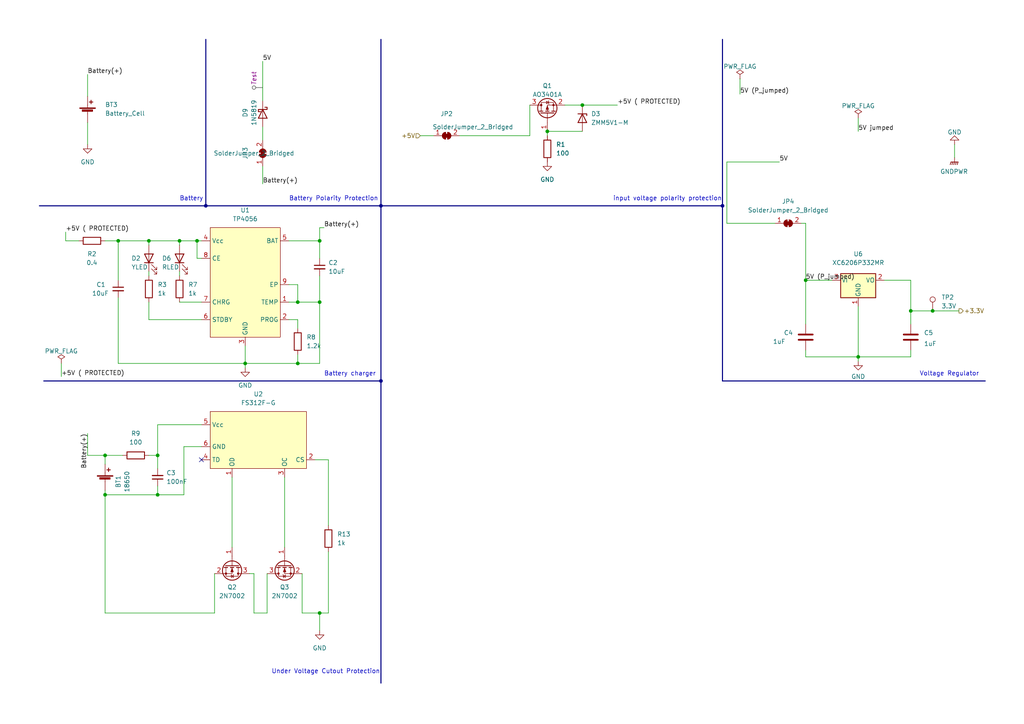
<source format=kicad_sch>
(kicad_sch (version 20230121) (generator eeschema)

  (uuid 5b87d508-679a-48f1-9edd-6fd69e38ced8)

  (paper "A4")

  (title_block
    (title "Power subsystem")
    (date "2023-03-21")
    (company "university of cape town")
    (comment 1 "Author: Morris Nkomo")
  )

  (lib_symbols
    (symbol "Battery_Management:FS312F-G" (in_bom yes) (on_board yes)
      (property "Reference" "U" (at 0 11.43 0)
        (effects (font (size 1.27 1.27)))
      )
      (property "Value" "FS312F-G" (at 0 8.89 0)
        (effects (font (size 1.27 1.27)))
      )
      (property "Footprint" "" (at 0 0 0)
        (effects (font (size 1.27 1.27)) hide)
      )
      (property "Datasheet" "" (at 0 0 0)
        (effects (font (size 1.27 1.27)) hide)
      )
      (symbol "FS312F-G_0_1"
        (rectangle (start -13.97 6.35) (end 13.97 -10.16)
          (stroke (width 0) (type default))
          (fill (type background))
        )
      )
      (symbol "FS312F-G_1_1"
        (pin input line (at -7.62 -12.7 90) (length 2.54)
          (name "OD" (effects (font (size 1.27 1.27))))
          (number "1" (effects (font (size 1.27 1.27))))
        )
        (pin input line (at 16.51 -7.62 180) (length 2.54)
          (name "CS" (effects (font (size 1.27 1.27))))
          (number "2" (effects (font (size 1.27 1.27))))
        )
        (pin input line (at 7.62 -12.7 90) (length 2.54)
          (name "OC" (effects (font (size 1.27 1.27))))
          (number "3" (effects (font (size 1.27 1.27))))
        )
        (pin input line (at -16.51 -7.62 0) (length 2.54)
          (name "TD" (effects (font (size 1.27 1.27))))
          (number "4" (effects (font (size 1.27 1.27))))
        )
        (pin input line (at -16.51 2.54 0) (length 2.54)
          (name "Vcc" (effects (font (size 1.27 1.27))))
          (number "5" (effects (font (size 1.27 1.27))))
        )
        (pin input line (at -16.51 -3.81 0) (length 2.54)
          (name "GND" (effects (font (size 1.27 1.27))))
          (number "6" (effects (font (size 1.27 1.27))))
        )
      )
    )
    (symbol "Connector:TestPoint" (pin_numbers hide) (pin_names (offset 0.762) hide) (in_bom yes) (on_board yes)
      (property "Reference" "TP" (at 0 6.858 0)
        (effects (font (size 1.27 1.27)))
      )
      (property "Value" "TestPoint" (at 0 5.08 0)
        (effects (font (size 1.27 1.27)))
      )
      (property "Footprint" "" (at 5.08 0 0)
        (effects (font (size 1.27 1.27)) hide)
      )
      (property "Datasheet" "~" (at 5.08 0 0)
        (effects (font (size 1.27 1.27)) hide)
      )
      (property "ki_keywords" "test point tp" (at 0 0 0)
        (effects (font (size 1.27 1.27)) hide)
      )
      (property "ki_description" "test point" (at 0 0 0)
        (effects (font (size 1.27 1.27)) hide)
      )
      (property "ki_fp_filters" "Pin* Test*" (at 0 0 0)
        (effects (font (size 1.27 1.27)) hide)
      )
      (symbol "TestPoint_0_1"
        (circle (center 0 3.302) (radius 0.762)
          (stroke (width 0) (type default))
          (fill (type none))
        )
      )
      (symbol "TestPoint_1_1"
        (pin passive line (at 0 0 90) (length 2.54)
          (name "1" (effects (font (size 1.27 1.27))))
          (number "1" (effects (font (size 1.27 1.27))))
        )
      )
    )
    (symbol "Device:Battery_Cell" (pin_numbers hide) (pin_names (offset 0) hide) (in_bom yes) (on_board yes)
      (property "Reference" "BT" (at 2.54 2.54 0)
        (effects (font (size 1.27 1.27)) (justify left))
      )
      (property "Value" "Battery_Cell" (at 2.54 0 0)
        (effects (font (size 1.27 1.27)) (justify left))
      )
      (property "Footprint" "" (at 0 1.524 90)
        (effects (font (size 1.27 1.27)) hide)
      )
      (property "Datasheet" "~" (at 0 1.524 90)
        (effects (font (size 1.27 1.27)) hide)
      )
      (property "ki_keywords" "battery cell" (at 0 0 0)
        (effects (font (size 1.27 1.27)) hide)
      )
      (property "ki_description" "Single-cell battery" (at 0 0 0)
        (effects (font (size 1.27 1.27)) hide)
      )
      (symbol "Battery_Cell_0_1"
        (rectangle (start -2.286 1.778) (end 2.286 1.524)
          (stroke (width 0) (type default))
          (fill (type outline))
        )
        (rectangle (start -1.5748 1.1938) (end 1.4732 0.6858)
          (stroke (width 0) (type default))
          (fill (type outline))
        )
        (polyline
          (pts
            (xy 0 0.762)
            (xy 0 0)
          )
          (stroke (width 0) (type default))
          (fill (type none))
        )
        (polyline
          (pts
            (xy 0 1.778)
            (xy 0 2.54)
          )
          (stroke (width 0) (type default))
          (fill (type none))
        )
        (polyline
          (pts
            (xy 0.508 3.429)
            (xy 1.524 3.429)
          )
          (stroke (width 0.254) (type default))
          (fill (type none))
        )
        (polyline
          (pts
            (xy 1.016 3.937)
            (xy 1.016 2.921)
          )
          (stroke (width 0.254) (type default))
          (fill (type none))
        )
      )
      (symbol "Battery_Cell_1_1"
        (pin passive line (at 0 5.08 270) (length 2.54)
          (name "+" (effects (font (size 1.27 1.27))))
          (number "1" (effects (font (size 1.27 1.27))))
        )
        (pin passive line (at 0 -2.54 90) (length 2.54)
          (name "-" (effects (font (size 1.27 1.27))))
          (number "2" (effects (font (size 1.27 1.27))))
        )
      )
    )
    (symbol "Device:C" (pin_numbers hide) (pin_names (offset 0.254)) (in_bom yes) (on_board yes)
      (property "Reference" "C" (at 0.635 2.54 0)
        (effects (font (size 1.27 1.27)) (justify left))
      )
      (property "Value" "C" (at 0.635 -2.54 0)
        (effects (font (size 1.27 1.27)) (justify left))
      )
      (property "Footprint" "" (at 0.9652 -3.81 0)
        (effects (font (size 1.27 1.27)) hide)
      )
      (property "Datasheet" "~" (at 0 0 0)
        (effects (font (size 1.27 1.27)) hide)
      )
      (property "ki_keywords" "cap capacitor" (at 0 0 0)
        (effects (font (size 1.27 1.27)) hide)
      )
      (property "ki_description" "Unpolarized capacitor" (at 0 0 0)
        (effects (font (size 1.27 1.27)) hide)
      )
      (property "ki_fp_filters" "C_*" (at 0 0 0)
        (effects (font (size 1.27 1.27)) hide)
      )
      (symbol "C_0_1"
        (polyline
          (pts
            (xy -2.032 -0.762)
            (xy 2.032 -0.762)
          )
          (stroke (width 0.508) (type default))
          (fill (type none))
        )
        (polyline
          (pts
            (xy -2.032 0.762)
            (xy 2.032 0.762)
          )
          (stroke (width 0.508) (type default))
          (fill (type none))
        )
      )
      (symbol "C_1_1"
        (pin passive line (at 0 3.81 270) (length 2.794)
          (name "~" (effects (font (size 1.27 1.27))))
          (number "1" (effects (font (size 1.27 1.27))))
        )
        (pin passive line (at 0 -3.81 90) (length 2.794)
          (name "~" (effects (font (size 1.27 1.27))))
          (number "2" (effects (font (size 1.27 1.27))))
        )
      )
    )
    (symbol "Device:C_Small" (pin_numbers hide) (pin_names (offset 0.254) hide) (in_bom yes) (on_board yes)
      (property "Reference" "C" (at 0.254 1.778 0)
        (effects (font (size 1.27 1.27)) (justify left))
      )
      (property "Value" "C_Small" (at 0.254 -2.032 0)
        (effects (font (size 1.27 1.27)) (justify left))
      )
      (property "Footprint" "" (at 0 0 0)
        (effects (font (size 1.27 1.27)) hide)
      )
      (property "Datasheet" "~" (at 0 0 0)
        (effects (font (size 1.27 1.27)) hide)
      )
      (property "ki_keywords" "capacitor cap" (at 0 0 0)
        (effects (font (size 1.27 1.27)) hide)
      )
      (property "ki_description" "Unpolarized capacitor, small symbol" (at 0 0 0)
        (effects (font (size 1.27 1.27)) hide)
      )
      (property "ki_fp_filters" "C_*" (at 0 0 0)
        (effects (font (size 1.27 1.27)) hide)
      )
      (symbol "C_Small_0_1"
        (polyline
          (pts
            (xy -1.524 -0.508)
            (xy 1.524 -0.508)
          )
          (stroke (width 0.3302) (type default))
          (fill (type none))
        )
        (polyline
          (pts
            (xy -1.524 0.508)
            (xy 1.524 0.508)
          )
          (stroke (width 0.3048) (type default))
          (fill (type none))
        )
      )
      (symbol "C_Small_1_1"
        (pin passive line (at 0 2.54 270) (length 2.032)
          (name "~" (effects (font (size 1.27 1.27))))
          (number "1" (effects (font (size 1.27 1.27))))
        )
        (pin passive line (at 0 -2.54 90) (length 2.032)
          (name "~" (effects (font (size 1.27 1.27))))
          (number "2" (effects (font (size 1.27 1.27))))
        )
      )
    )
    (symbol "Device:D_Zener" (pin_numbers hide) (pin_names (offset 1.016) hide) (in_bom yes) (on_board yes)
      (property "Reference" "D" (at 0 2.54 0)
        (effects (font (size 1.27 1.27)))
      )
      (property "Value" "D_Zener" (at 0 -2.54 0)
        (effects (font (size 1.27 1.27)))
      )
      (property "Footprint" "" (at 0 0 0)
        (effects (font (size 1.27 1.27)) hide)
      )
      (property "Datasheet" "~" (at 0 0 0)
        (effects (font (size 1.27 1.27)) hide)
      )
      (property "ki_keywords" "diode" (at 0 0 0)
        (effects (font (size 1.27 1.27)) hide)
      )
      (property "ki_description" "Zener diode" (at 0 0 0)
        (effects (font (size 1.27 1.27)) hide)
      )
      (property "ki_fp_filters" "TO-???* *_Diode_* *SingleDiode* D_*" (at 0 0 0)
        (effects (font (size 1.27 1.27)) hide)
      )
      (symbol "D_Zener_0_1"
        (polyline
          (pts
            (xy 1.27 0)
            (xy -1.27 0)
          )
          (stroke (width 0) (type default))
          (fill (type none))
        )
        (polyline
          (pts
            (xy -1.27 -1.27)
            (xy -1.27 1.27)
            (xy -0.762 1.27)
          )
          (stroke (width 0.254) (type default))
          (fill (type none))
        )
        (polyline
          (pts
            (xy 1.27 -1.27)
            (xy 1.27 1.27)
            (xy -1.27 0)
            (xy 1.27 -1.27)
          )
          (stroke (width 0.254) (type default))
          (fill (type none))
        )
      )
      (symbol "D_Zener_1_1"
        (pin passive line (at -3.81 0 0) (length 2.54)
          (name "K" (effects (font (size 1.27 1.27))))
          (number "1" (effects (font (size 1.27 1.27))))
        )
        (pin passive line (at 3.81 0 180) (length 2.54)
          (name "A" (effects (font (size 1.27 1.27))))
          (number "2" (effects (font (size 1.27 1.27))))
        )
      )
    )
    (symbol "Device:LED" (pin_numbers hide) (pin_names (offset 1.016) hide) (in_bom yes) (on_board yes)
      (property "Reference" "D" (at 0 2.54 0)
        (effects (font (size 1.27 1.27)))
      )
      (property "Value" "LED" (at 0 -2.54 0)
        (effects (font (size 1.27 1.27)))
      )
      (property "Footprint" "" (at 0 0 0)
        (effects (font (size 1.27 1.27)) hide)
      )
      (property "Datasheet" "~" (at 0 0 0)
        (effects (font (size 1.27 1.27)) hide)
      )
      (property "ki_keywords" "LED diode" (at 0 0 0)
        (effects (font (size 1.27 1.27)) hide)
      )
      (property "ki_description" "Light emitting diode" (at 0 0 0)
        (effects (font (size 1.27 1.27)) hide)
      )
      (property "ki_fp_filters" "LED* LED_SMD:* LED_THT:*" (at 0 0 0)
        (effects (font (size 1.27 1.27)) hide)
      )
      (symbol "LED_0_1"
        (polyline
          (pts
            (xy -1.27 -1.27)
            (xy -1.27 1.27)
          )
          (stroke (width 0.254) (type default))
          (fill (type none))
        )
        (polyline
          (pts
            (xy -1.27 0)
            (xy 1.27 0)
          )
          (stroke (width 0) (type default))
          (fill (type none))
        )
        (polyline
          (pts
            (xy 1.27 -1.27)
            (xy 1.27 1.27)
            (xy -1.27 0)
            (xy 1.27 -1.27)
          )
          (stroke (width 0.254) (type default))
          (fill (type none))
        )
        (polyline
          (pts
            (xy -3.048 -0.762)
            (xy -4.572 -2.286)
            (xy -3.81 -2.286)
            (xy -4.572 -2.286)
            (xy -4.572 -1.524)
          )
          (stroke (width 0) (type default))
          (fill (type none))
        )
        (polyline
          (pts
            (xy -1.778 -0.762)
            (xy -3.302 -2.286)
            (xy -2.54 -2.286)
            (xy -3.302 -2.286)
            (xy -3.302 -1.524)
          )
          (stroke (width 0) (type default))
          (fill (type none))
        )
      )
      (symbol "LED_1_1"
        (pin passive line (at -3.81 0 0) (length 2.54)
          (name "K" (effects (font (size 1.27 1.27))))
          (number "1" (effects (font (size 1.27 1.27))))
        )
        (pin passive line (at 3.81 0 180) (length 2.54)
          (name "A" (effects (font (size 1.27 1.27))))
          (number "2" (effects (font (size 1.27 1.27))))
        )
      )
    )
    (symbol "Device:Q_PMOS_GSD" (pin_names (offset 0) hide) (in_bom yes) (on_board yes)
      (property "Reference" "Q" (at 5.08 1.27 0)
        (effects (font (size 1.27 1.27)) (justify left))
      )
      (property "Value" "Q_PMOS_GSD" (at 5.08 -1.27 0)
        (effects (font (size 1.27 1.27)) (justify left))
      )
      (property "Footprint" "" (at 5.08 2.54 0)
        (effects (font (size 1.27 1.27)) hide)
      )
      (property "Datasheet" "~" (at 0 0 0)
        (effects (font (size 1.27 1.27)) hide)
      )
      (property "ki_keywords" "transistor PMOS P-MOS P-MOSFET" (at 0 0 0)
        (effects (font (size 1.27 1.27)) hide)
      )
      (property "ki_description" "P-MOSFET transistor, gate/source/drain" (at 0 0 0)
        (effects (font (size 1.27 1.27)) hide)
      )
      (symbol "Q_PMOS_GSD_0_1"
        (polyline
          (pts
            (xy 0.254 0)
            (xy -2.54 0)
          )
          (stroke (width 0) (type default))
          (fill (type none))
        )
        (polyline
          (pts
            (xy 0.254 1.905)
            (xy 0.254 -1.905)
          )
          (stroke (width 0.254) (type default))
          (fill (type none))
        )
        (polyline
          (pts
            (xy 0.762 -1.27)
            (xy 0.762 -2.286)
          )
          (stroke (width 0.254) (type default))
          (fill (type none))
        )
        (polyline
          (pts
            (xy 0.762 0.508)
            (xy 0.762 -0.508)
          )
          (stroke (width 0.254) (type default))
          (fill (type none))
        )
        (polyline
          (pts
            (xy 0.762 2.286)
            (xy 0.762 1.27)
          )
          (stroke (width 0.254) (type default))
          (fill (type none))
        )
        (polyline
          (pts
            (xy 2.54 2.54)
            (xy 2.54 1.778)
          )
          (stroke (width 0) (type default))
          (fill (type none))
        )
        (polyline
          (pts
            (xy 2.54 -2.54)
            (xy 2.54 0)
            (xy 0.762 0)
          )
          (stroke (width 0) (type default))
          (fill (type none))
        )
        (polyline
          (pts
            (xy 0.762 1.778)
            (xy 3.302 1.778)
            (xy 3.302 -1.778)
            (xy 0.762 -1.778)
          )
          (stroke (width 0) (type default))
          (fill (type none))
        )
        (polyline
          (pts
            (xy 2.286 0)
            (xy 1.27 0.381)
            (xy 1.27 -0.381)
            (xy 2.286 0)
          )
          (stroke (width 0) (type default))
          (fill (type outline))
        )
        (polyline
          (pts
            (xy 2.794 -0.508)
            (xy 2.921 -0.381)
            (xy 3.683 -0.381)
            (xy 3.81 -0.254)
          )
          (stroke (width 0) (type default))
          (fill (type none))
        )
        (polyline
          (pts
            (xy 3.302 -0.381)
            (xy 2.921 0.254)
            (xy 3.683 0.254)
            (xy 3.302 -0.381)
          )
          (stroke (width 0) (type default))
          (fill (type none))
        )
        (circle (center 1.651 0) (radius 2.794)
          (stroke (width 0.254) (type default))
          (fill (type none))
        )
        (circle (center 2.54 -1.778) (radius 0.254)
          (stroke (width 0) (type default))
          (fill (type outline))
        )
        (circle (center 2.54 1.778) (radius 0.254)
          (stroke (width 0) (type default))
          (fill (type outline))
        )
      )
      (symbol "Q_PMOS_GSD_1_1"
        (pin input line (at -5.08 0 0) (length 2.54)
          (name "G" (effects (font (size 1.27 1.27))))
          (number "1" (effects (font (size 1.27 1.27))))
        )
        (pin passive line (at 2.54 -5.08 90) (length 2.54)
          (name "S" (effects (font (size 1.27 1.27))))
          (number "2" (effects (font (size 1.27 1.27))))
        )
        (pin passive line (at 2.54 5.08 270) (length 2.54)
          (name "D" (effects (font (size 1.27 1.27))))
          (number "3" (effects (font (size 1.27 1.27))))
        )
      )
    )
    (symbol "Device:R" (pin_numbers hide) (pin_names (offset 0)) (in_bom yes) (on_board yes)
      (property "Reference" "R" (at 2.032 0 90)
        (effects (font (size 1.27 1.27)))
      )
      (property "Value" "R" (at 0 0 90)
        (effects (font (size 1.27 1.27)))
      )
      (property "Footprint" "" (at -1.778 0 90)
        (effects (font (size 1.27 1.27)) hide)
      )
      (property "Datasheet" "~" (at 0 0 0)
        (effects (font (size 1.27 1.27)) hide)
      )
      (property "ki_keywords" "R res resistor" (at 0 0 0)
        (effects (font (size 1.27 1.27)) hide)
      )
      (property "ki_description" "Resistor" (at 0 0 0)
        (effects (font (size 1.27 1.27)) hide)
      )
      (property "ki_fp_filters" "R_*" (at 0 0 0)
        (effects (font (size 1.27 1.27)) hide)
      )
      (symbol "R_0_1"
        (rectangle (start -1.016 -2.54) (end 1.016 2.54)
          (stroke (width 0.254) (type default))
          (fill (type none))
        )
      )
      (symbol "R_1_1"
        (pin passive line (at 0 3.81 270) (length 1.27)
          (name "~" (effects (font (size 1.27 1.27))))
          (number "1" (effects (font (size 1.27 1.27))))
        )
        (pin passive line (at 0 -3.81 90) (length 1.27)
          (name "~" (effects (font (size 1.27 1.27))))
          (number "2" (effects (font (size 1.27 1.27))))
        )
      )
    )
    (symbol "Diode:1N5819" (pin_numbers hide) (pin_names (offset 1.016) hide) (in_bom yes) (on_board yes)
      (property "Reference" "D" (at 0 2.54 0)
        (effects (font (size 1.27 1.27)))
      )
      (property "Value" "1N5819" (at 0 -2.54 0)
        (effects (font (size 1.27 1.27)))
      )
      (property "Footprint" "Diode_THT:D_DO-41_SOD81_P10.16mm_Horizontal" (at 0 -4.445 0)
        (effects (font (size 1.27 1.27)) hide)
      )
      (property "Datasheet" "http://www.vishay.com/docs/88525/1n5817.pdf" (at 0 0 0)
        (effects (font (size 1.27 1.27)) hide)
      )
      (property "ki_keywords" "diode Schottky" (at 0 0 0)
        (effects (font (size 1.27 1.27)) hide)
      )
      (property "ki_description" "40V 1A Schottky Barrier Rectifier Diode, DO-41" (at 0 0 0)
        (effects (font (size 1.27 1.27)) hide)
      )
      (property "ki_fp_filters" "D*DO?41*" (at 0 0 0)
        (effects (font (size 1.27 1.27)) hide)
      )
      (symbol "1N5819_0_1"
        (polyline
          (pts
            (xy 1.27 0)
            (xy -1.27 0)
          )
          (stroke (width 0) (type default))
          (fill (type none))
        )
        (polyline
          (pts
            (xy 1.27 1.27)
            (xy 1.27 -1.27)
            (xy -1.27 0)
            (xy 1.27 1.27)
          )
          (stroke (width 0.254) (type default))
          (fill (type none))
        )
        (polyline
          (pts
            (xy -1.905 0.635)
            (xy -1.905 1.27)
            (xy -1.27 1.27)
            (xy -1.27 -1.27)
            (xy -0.635 -1.27)
            (xy -0.635 -0.635)
          )
          (stroke (width 0.254) (type default))
          (fill (type none))
        )
      )
      (symbol "1N5819_1_1"
        (pin passive line (at -3.81 0 0) (length 2.54)
          (name "K" (effects (font (size 1.27 1.27))))
          (number "1" (effects (font (size 1.27 1.27))))
        )
        (pin passive line (at 3.81 0 180) (length 2.54)
          (name "A" (effects (font (size 1.27 1.27))))
          (number "2" (effects (font (size 1.27 1.27))))
        )
      )
    )
    (symbol "Jumper:SolderJumper_2_Bridged" (pin_names (offset 0) hide) (in_bom yes) (on_board yes)
      (property "Reference" "JP" (at 0 2.032 0)
        (effects (font (size 1.27 1.27)))
      )
      (property "Value" "SolderJumper_2_Bridged" (at 0 -2.54 0)
        (effects (font (size 1.27 1.27)))
      )
      (property "Footprint" "" (at 0 0 0)
        (effects (font (size 1.27 1.27)) hide)
      )
      (property "Datasheet" "~" (at 0 0 0)
        (effects (font (size 1.27 1.27)) hide)
      )
      (property "ki_keywords" "solder jumper SPST" (at 0 0 0)
        (effects (font (size 1.27 1.27)) hide)
      )
      (property "ki_description" "Solder Jumper, 2-pole, closed/bridged" (at 0 0 0)
        (effects (font (size 1.27 1.27)) hide)
      )
      (property "ki_fp_filters" "SolderJumper*Bridged*" (at 0 0 0)
        (effects (font (size 1.27 1.27)) hide)
      )
      (symbol "SolderJumper_2_Bridged_0_1"
        (rectangle (start -0.508 0.508) (end 0.508 -0.508)
          (stroke (width 0) (type default))
          (fill (type outline))
        )
        (arc (start -0.254 1.016) (mid -1.2656 0) (end -0.254 -1.016)
          (stroke (width 0) (type default))
          (fill (type none))
        )
        (arc (start -0.254 1.016) (mid -1.2656 0) (end -0.254 -1.016)
          (stroke (width 0) (type default))
          (fill (type outline))
        )
        (polyline
          (pts
            (xy -0.254 1.016)
            (xy -0.254 -1.016)
          )
          (stroke (width 0) (type default))
          (fill (type none))
        )
        (polyline
          (pts
            (xy 0.254 1.016)
            (xy 0.254 -1.016)
          )
          (stroke (width 0) (type default))
          (fill (type none))
        )
        (arc (start 0.254 -1.016) (mid 1.2656 0) (end 0.254 1.016)
          (stroke (width 0) (type default))
          (fill (type none))
        )
        (arc (start 0.254 -1.016) (mid 1.2656 0) (end 0.254 1.016)
          (stroke (width 0) (type default))
          (fill (type outline))
        )
      )
      (symbol "SolderJumper_2_Bridged_1_1"
        (pin passive line (at -3.81 0 0) (length 2.54)
          (name "A" (effects (font (size 1.27 1.27))))
          (number "1" (effects (font (size 1.27 1.27))))
        )
        (pin passive line (at 3.81 0 180) (length 2.54)
          (name "B" (effects (font (size 1.27 1.27))))
          (number "2" (effects (font (size 1.27 1.27))))
        )
      )
    )
    (symbol "Regulator_Linear:XC6206PxxxMR" (pin_names (offset 0.254)) (in_bom yes) (on_board yes)
      (property "Reference" "U" (at -3.81 3.175 0)
        (effects (font (size 1.27 1.27)))
      )
      (property "Value" "XC6206PxxxMR" (at 0 3.175 0)
        (effects (font (size 1.27 1.27)) (justify left))
      )
      (property "Footprint" "Package_TO_SOT_SMD:SOT-23" (at 0 5.715 0)
        (effects (font (size 1.27 1.27) italic) hide)
      )
      (property "Datasheet" "https://www.torexsemi.com/file/xc6206/XC6206.pdf" (at 0 0 0)
        (effects (font (size 1.27 1.27)) hide)
      )
      (property "ki_keywords" "Torex LDO Voltage Regulator Fixed Positive" (at 0 0 0)
        (effects (font (size 1.27 1.27)) hide)
      )
      (property "ki_description" "Positive 60-250mA Low Dropout Regulator, Fixed Output, SOT-23" (at 0 0 0)
        (effects (font (size 1.27 1.27)) hide)
      )
      (property "ki_fp_filters" "SOT?23*" (at 0 0 0)
        (effects (font (size 1.27 1.27)) hide)
      )
      (symbol "XC6206PxxxMR_0_1"
        (rectangle (start -5.08 1.905) (end 5.08 -5.08)
          (stroke (width 0.254) (type default))
          (fill (type background))
        )
      )
      (symbol "XC6206PxxxMR_1_1"
        (pin power_in line (at 0 -7.62 90) (length 2.54)
          (name "GND" (effects (font (size 1.27 1.27))))
          (number "1" (effects (font (size 1.27 1.27))))
        )
        (pin power_out line (at 7.62 0 180) (length 2.54)
          (name "VO" (effects (font (size 1.27 1.27))))
          (number "2" (effects (font (size 1.27 1.27))))
        )
        (pin power_in line (at -7.62 0 0) (length 2.54)
          (name "VI" (effects (font (size 1.27 1.27))))
          (number "3" (effects (font (size 1.27 1.27))))
        )
      )
    )
    (symbol "TP4056_1" (in_bom yes) (on_board yes)
      (property "Reference" "U" (at 0 11.43 0)
        (effects (font (size 1.27 1.27)))
      )
      (property "Value" "TP4056_1" (at 0 8.89 0)
        (effects (font (size 1.27 1.27)))
      )
      (property "Footprint" "" (at 0 0 0)
        (effects (font (size 1.27 1.27)) hide)
      )
      (property "Datasheet" "" (at 0 0 0)
        (effects (font (size 1.27 1.27)) hide)
      )
      (symbol "TP4056_1_0_1"
        (rectangle (start -10.16 6.35) (end 10.16 -25.4)
          (stroke (width 0) (type default))
          (fill (type background))
        )
      )
      (symbol "TP4056_1_1_1"
        (pin input line (at 12.7 -15.24 180) (length 2.54)
          (name "TEMP" (effects (font (size 1.27 1.27))))
          (number "1" (effects (font (size 1.27 1.27))))
        )
        (pin input line (at 12.7 -20.32 180) (length 2.54)
          (name "PROG" (effects (font (size 1.27 1.27))))
          (number "2" (effects (font (size 1.27 1.27))))
        )
        (pin input line (at 0 -27.94 90) (length 2.54)
          (name "GND" (effects (font (size 1.27 1.27))))
          (number "3" (effects (font (size 1.27 1.27))))
        )
        (pin input line (at -12.7 2.54 0) (length 2.54)
          (name "Vcc" (effects (font (size 1.27 1.27))))
          (number "4" (effects (font (size 1.27 1.27))))
        )
        (pin input line (at 12.7 2.54 180) (length 2.54)
          (name "BAT" (effects (font (size 1.27 1.27))))
          (number "5" (effects (font (size 1.27 1.27))))
        )
        (pin input line (at -12.7 -20.32 0) (length 2.54)
          (name "STDBY" (effects (font (size 1.27 1.27))))
          (number "6" (effects (font (size 1.27 1.27))))
        )
        (pin input line (at -12.7 -15.24 0) (length 2.54)
          (name "CHRG" (effects (font (size 1.27 1.27))))
          (number "7" (effects (font (size 1.27 1.27))))
        )
        (pin input line (at -12.7 -2.54 0) (length 2.54)
          (name "CE" (effects (font (size 1.27 1.27))))
          (number "8" (effects (font (size 1.27 1.27))))
        )
        (pin input line (at 12.7 -10.16 180) (length 2.54)
          (name "EP" (effects (font (size 1.27 1.27))))
          (number "9" (effects (font (size 1.27 1.27))))
        )
      )
    )
    (symbol "Transistor_FET:2N7002" (pin_names hide) (in_bom yes) (on_board yes)
      (property "Reference" "Q" (at 5.08 1.905 0)
        (effects (font (size 1.27 1.27)) (justify left))
      )
      (property "Value" "2N7002" (at 5.08 0 0)
        (effects (font (size 1.27 1.27)) (justify left))
      )
      (property "Footprint" "Package_TO_SOT_SMD:SOT-23" (at 5.08 -1.905 0)
        (effects (font (size 1.27 1.27) italic) (justify left) hide)
      )
      (property "Datasheet" "https://www.onsemi.com/pub/Collateral/NDS7002A-D.PDF" (at 0 0 0)
        (effects (font (size 1.27 1.27)) (justify left) hide)
      )
      (property "ki_keywords" "N-Channel Switching MOSFET" (at 0 0 0)
        (effects (font (size 1.27 1.27)) hide)
      )
      (property "ki_description" "0.115A Id, 60V Vds, N-Channel MOSFET, SOT-23" (at 0 0 0)
        (effects (font (size 1.27 1.27)) hide)
      )
      (property "ki_fp_filters" "SOT?23*" (at 0 0 0)
        (effects (font (size 1.27 1.27)) hide)
      )
      (symbol "2N7002_0_1"
        (polyline
          (pts
            (xy 0.254 0)
            (xy -2.54 0)
          )
          (stroke (width 0) (type default))
          (fill (type none))
        )
        (polyline
          (pts
            (xy 0.254 1.905)
            (xy 0.254 -1.905)
          )
          (stroke (width 0.254) (type default))
          (fill (type none))
        )
        (polyline
          (pts
            (xy 0.762 -1.27)
            (xy 0.762 -2.286)
          )
          (stroke (width 0.254) (type default))
          (fill (type none))
        )
        (polyline
          (pts
            (xy 0.762 0.508)
            (xy 0.762 -0.508)
          )
          (stroke (width 0.254) (type default))
          (fill (type none))
        )
        (polyline
          (pts
            (xy 0.762 2.286)
            (xy 0.762 1.27)
          )
          (stroke (width 0.254) (type default))
          (fill (type none))
        )
        (polyline
          (pts
            (xy 2.54 2.54)
            (xy 2.54 1.778)
          )
          (stroke (width 0) (type default))
          (fill (type none))
        )
        (polyline
          (pts
            (xy 2.54 -2.54)
            (xy 2.54 0)
            (xy 0.762 0)
          )
          (stroke (width 0) (type default))
          (fill (type none))
        )
        (polyline
          (pts
            (xy 0.762 -1.778)
            (xy 3.302 -1.778)
            (xy 3.302 1.778)
            (xy 0.762 1.778)
          )
          (stroke (width 0) (type default))
          (fill (type none))
        )
        (polyline
          (pts
            (xy 1.016 0)
            (xy 2.032 0.381)
            (xy 2.032 -0.381)
            (xy 1.016 0)
          )
          (stroke (width 0) (type default))
          (fill (type outline))
        )
        (polyline
          (pts
            (xy 2.794 0.508)
            (xy 2.921 0.381)
            (xy 3.683 0.381)
            (xy 3.81 0.254)
          )
          (stroke (width 0) (type default))
          (fill (type none))
        )
        (polyline
          (pts
            (xy 3.302 0.381)
            (xy 2.921 -0.254)
            (xy 3.683 -0.254)
            (xy 3.302 0.381)
          )
          (stroke (width 0) (type default))
          (fill (type none))
        )
        (circle (center 1.651 0) (radius 2.794)
          (stroke (width 0.254) (type default))
          (fill (type none))
        )
        (circle (center 2.54 -1.778) (radius 0.254)
          (stroke (width 0) (type default))
          (fill (type outline))
        )
        (circle (center 2.54 1.778) (radius 0.254)
          (stroke (width 0) (type default))
          (fill (type outline))
        )
      )
      (symbol "2N7002_1_1"
        (pin input line (at -5.08 0 0) (length 2.54)
          (name "G" (effects (font (size 1.27 1.27))))
          (number "1" (effects (font (size 1.27 1.27))))
        )
        (pin passive line (at 2.54 -5.08 90) (length 2.54)
          (name "S" (effects (font (size 1.27 1.27))))
          (number "2" (effects (font (size 1.27 1.27))))
        )
        (pin passive line (at 2.54 5.08 270) (length 2.54)
          (name "D" (effects (font (size 1.27 1.27))))
          (number "3" (effects (font (size 1.27 1.27))))
        )
      )
    )
    (symbol "power:GND" (power) (pin_names (offset 0)) (in_bom yes) (on_board yes)
      (property "Reference" "#PWR" (at 0 -6.35 0)
        (effects (font (size 1.27 1.27)) hide)
      )
      (property "Value" "GND" (at 0 -3.81 0)
        (effects (font (size 1.27 1.27)))
      )
      (property "Footprint" "" (at 0 0 0)
        (effects (font (size 1.27 1.27)) hide)
      )
      (property "Datasheet" "" (at 0 0 0)
        (effects (font (size 1.27 1.27)) hide)
      )
      (property "ki_keywords" "global power" (at 0 0 0)
        (effects (font (size 1.27 1.27)) hide)
      )
      (property "ki_description" "Power symbol creates a global label with name \"GND\" , ground" (at 0 0 0)
        (effects (font (size 1.27 1.27)) hide)
      )
      (symbol "GND_0_1"
        (polyline
          (pts
            (xy 0 0)
            (xy 0 -1.27)
            (xy 1.27 -1.27)
            (xy 0 -2.54)
            (xy -1.27 -1.27)
            (xy 0 -1.27)
          )
          (stroke (width 0) (type default))
          (fill (type none))
        )
      )
      (symbol "GND_1_1"
        (pin power_in line (at 0 0 270) (length 0) hide
          (name "GND" (effects (font (size 1.27 1.27))))
          (number "1" (effects (font (size 1.27 1.27))))
        )
      )
    )
    (symbol "power:GNDPWR" (power) (pin_names (offset 0)) (in_bom yes) (on_board yes)
      (property "Reference" "#PWR" (at 0 -5.08 0)
        (effects (font (size 1.27 1.27)) hide)
      )
      (property "Value" "GNDPWR" (at 0 -3.302 0)
        (effects (font (size 1.27 1.27)))
      )
      (property "Footprint" "" (at 0 -1.27 0)
        (effects (font (size 1.27 1.27)) hide)
      )
      (property "Datasheet" "" (at 0 -1.27 0)
        (effects (font (size 1.27 1.27)) hide)
      )
      (property "ki_keywords" "power-flag" (at 0 0 0)
        (effects (font (size 1.27 1.27)) hide)
      )
      (property "ki_description" "Power symbol creates a global label with name \"GNDPWR\" , power ground" (at 0 0 0)
        (effects (font (size 1.27 1.27)) hide)
      )
      (symbol "GNDPWR_0_1"
        (polyline
          (pts
            (xy 0 -1.27)
            (xy 0 0)
          )
          (stroke (width 0) (type default))
          (fill (type none))
        )
        (polyline
          (pts
            (xy -1.016 -1.27)
            (xy -1.27 -2.032)
            (xy -1.27 -2.032)
          )
          (stroke (width 0.2032) (type default))
          (fill (type none))
        )
        (polyline
          (pts
            (xy -0.508 -1.27)
            (xy -0.762 -2.032)
            (xy -0.762 -2.032)
          )
          (stroke (width 0.2032) (type default))
          (fill (type none))
        )
        (polyline
          (pts
            (xy 0 -1.27)
            (xy -0.254 -2.032)
            (xy -0.254 -2.032)
          )
          (stroke (width 0.2032) (type default))
          (fill (type none))
        )
        (polyline
          (pts
            (xy 0.508 -1.27)
            (xy 0.254 -2.032)
            (xy 0.254 -2.032)
          )
          (stroke (width 0.2032) (type default))
          (fill (type none))
        )
        (polyline
          (pts
            (xy 1.016 -1.27)
            (xy -1.016 -1.27)
            (xy -1.016 -1.27)
          )
          (stroke (width 0.2032) (type default))
          (fill (type none))
        )
        (polyline
          (pts
            (xy 1.016 -1.27)
            (xy 0.762 -2.032)
            (xy 0.762 -2.032)
            (xy 0.762 -2.032)
          )
          (stroke (width 0.2032) (type default))
          (fill (type none))
        )
      )
      (symbol "GNDPWR_1_1"
        (pin power_in line (at 0 0 270) (length 0) hide
          (name "GNDPWR" (effects (font (size 1.27 1.27))))
          (number "1" (effects (font (size 1.27 1.27))))
        )
      )
    )
    (symbol "power:PWR_FLAG" (power) (pin_numbers hide) (pin_names (offset 0) hide) (in_bom yes) (on_board yes)
      (property "Reference" "#FLG" (at 0 1.905 0)
        (effects (font (size 1.27 1.27)) hide)
      )
      (property "Value" "PWR_FLAG" (at 0 3.81 0)
        (effects (font (size 1.27 1.27)))
      )
      (property "Footprint" "" (at 0 0 0)
        (effects (font (size 1.27 1.27)) hide)
      )
      (property "Datasheet" "~" (at 0 0 0)
        (effects (font (size 1.27 1.27)) hide)
      )
      (property "ki_keywords" "power-flag" (at 0 0 0)
        (effects (font (size 1.27 1.27)) hide)
      )
      (property "ki_description" "Special symbol for telling ERC where power comes from" (at 0 0 0)
        (effects (font (size 1.27 1.27)) hide)
      )
      (symbol "PWR_FLAG_0_0"
        (pin power_out line (at 0 0 90) (length 0)
          (name "pwr" (effects (font (size 1.27 1.27))))
          (number "1" (effects (font (size 1.27 1.27))))
        )
      )
      (symbol "PWR_FLAG_0_1"
        (polyline
          (pts
            (xy 0 0)
            (xy 0 1.27)
            (xy -1.016 1.905)
            (xy 0 2.54)
            (xy 1.016 1.905)
            (xy 0 1.27)
          )
          (stroke (width 0) (type default))
          (fill (type none))
        )
      )
    )
  )

  (junction (at 86.36 87.63) (diameter 0) (color 0 0 0 0)
    (uuid 0f008613-eb25-4f4f-81cc-af5d4b68f9df)
  )
  (junction (at 209.55 59.69) (diameter 0) (color 0 0 0 0)
    (uuid 102e140e-4238-4575-8d8b-876c312a6f92)
  )
  (junction (at 110.49 110.49) (diameter 0) (color 0 0 0 0)
    (uuid 13a0d91c-d3a8-4c4f-a838-5d7c2b0c1b44)
  )
  (junction (at 168.91 30.48) (diameter 0) (color 0 0 0 0)
    (uuid 24b760ee-4cb5-4ddd-b7f1-2e886d470fbd)
  )
  (junction (at 43.18 69.85) (diameter 0) (color 0 0 0 0)
    (uuid 4547bd65-aad2-4d14-b828-2ee858b28e38)
  )
  (junction (at 34.29 69.85) (diameter 0) (color 0 0 0 0)
    (uuid 465a70fc-fd47-4ab9-8819-495c26b3adec)
  )
  (junction (at 71.12 105.41) (diameter 0) (color 0 0 0 0)
    (uuid 5d912853-365c-4405-b128-521166630ccf)
  )
  (junction (at 92.71 69.85) (diameter 0) (color 0 0 0 0)
    (uuid 7984b62f-75fb-47fd-a8d1-61519a6185db)
  )
  (junction (at 248.92 103.505) (diameter 0) (color 0 0 0 0)
    (uuid 7a54b2e0-6495-4e28-9d37-186a66d52566)
  )
  (junction (at 52.07 69.85) (diameter 0) (color 0 0 0 0)
    (uuid 8619f2ff-2e9a-41e7-a502-00ed2123b43f)
  )
  (junction (at 45.72 132.08) (diameter 0) (color 0 0 0 0)
    (uuid 903961f1-76c1-41ee-9424-b1036c25911c)
  )
  (junction (at 57.15 69.85) (diameter 0) (color 0 0 0 0)
    (uuid 9252bc7f-a950-49a5-9857-a41f16716303)
  )
  (junction (at 30.48 143.51) (diameter 0) (color 0 0 0 0)
    (uuid 98b2a946-9ed7-42fe-9360-2996bfd26ee1)
  )
  (junction (at 30.48 132.08) (diameter 0) (color 0 0 0 0)
    (uuid 99821769-da54-443e-86ce-4f392476aa25)
  )
  (junction (at 110.49 59.69) (diameter 0) (color 0 0 0 0)
    (uuid b07869c7-e8c7-4164-9bfd-0ad1df551417)
  )
  (junction (at 92.71 87.63) (diameter 0) (color 0 0 0 0)
    (uuid c215d45b-31d8-44ad-bd67-61381edf276f)
  )
  (junction (at 233.68 81.28) (diameter 0) (color 0 0 0 0)
    (uuid ca11d452-de02-47e8-b2ab-4b96230337f3)
  )
  (junction (at 270.51 90.17) (diameter 0) (color 0 0 0 0)
    (uuid dbac244c-4545-4634-b8b8-148541bd6a70)
  )
  (junction (at 86.36 105.41) (diameter 0) (color 0 0 0 0)
    (uuid e42706ab-f78f-4728-9889-b668798fc299)
  )
  (junction (at 92.71 177.8) (diameter 0) (color 0 0 0 0)
    (uuid ed092ce6-8075-4ec7-9ffd-da2c36165bab)
  )
  (junction (at 45.72 143.51) (diameter 0) (color 0 0 0 0)
    (uuid ed514503-c369-4bb4-849b-b454ad590175)
  )
  (junction (at 264.16 90.17) (diameter 0) (color 0 0 0 0)
    (uuid f79420d6-089f-4458-b1ea-67fa5dc74eea)
  )
  (junction (at 59.69 59.69) (diameter 0) (color 0 0 0 0)
    (uuid f80b3d61-441a-4834-905f-0410af32af0b)
  )
  (junction (at 158.75 38.1) (diameter 0) (color 0 0 0 0)
    (uuid ff81a0c4-2f98-40a1-8b11-fefb2ffdadf2)
  )

  (no_connect (at 58.42 133.35) (uuid 9fb114f5-8552-4098-9a7f-ba86a8bd8a83))

  (bus (pts (xy 12.7 110.49) (xy 110.49 110.49))
    (stroke (width 0) (type default))
    (uuid 00012201-de3e-4d70-adad-eed4b72b82d3)
  )

  (wire (pts (xy 92.71 66.04) (xy 92.71 69.85))
    (stroke (width 0) (type default))
    (uuid 0283744b-b935-4ead-a25a-888bb29423fd)
  )
  (wire (pts (xy 43.18 92.71) (xy 58.42 92.71))
    (stroke (width 0) (type default))
    (uuid 05551a7f-39a1-4683-9f17-a9eee48a14e5)
  )
  (bus (pts (xy 59.69 59.69) (xy 110.49 59.69))
    (stroke (width 0) (type default))
    (uuid 09df40b0-991c-482c-b69e-e29d10ebaecc)
  )

  (wire (pts (xy 233.68 103.505) (xy 248.92 103.505))
    (stroke (width 0) (type default))
    (uuid 10289084-80e3-46d4-aa7e-72c1236b0545)
  )
  (wire (pts (xy 34.29 86.36) (xy 34.29 105.41))
    (stroke (width 0) (type default))
    (uuid 14a40efa-1c48-4fd5-b35b-ba93053ce52c)
  )
  (wire (pts (xy 210.82 46.99) (xy 226.06 46.99))
    (stroke (width 0) (type default))
    (uuid 18f7f0e8-a315-4cbc-874e-4e969b6790e3)
  )
  (bus (pts (xy 110.49 59.69) (xy 209.55 59.69))
    (stroke (width 0) (type default))
    (uuid 1af4f305-5c0c-43e8-8264-3b7c4d71bd1b)
  )

  (wire (pts (xy 45.72 123.19) (xy 45.72 132.08))
    (stroke (width 0) (type default))
    (uuid 1b440bed-adba-4726-8149-a51db02b475f)
  )
  (wire (pts (xy 52.07 78.74) (xy 52.07 80.01))
    (stroke (width 0) (type default))
    (uuid 2031012c-0cdf-4cf5-8ef4-57fffcbf9bea)
  )
  (wire (pts (xy 62.23 177.8) (xy 62.23 166.37))
    (stroke (width 0) (type default))
    (uuid 21ebd1cc-4dc6-4903-b898-b31dbb75ccb4)
  )
  (wire (pts (xy 248.92 103.505) (xy 248.92 104.775))
    (stroke (width 0) (type default))
    (uuid 2464fdfe-96ce-4e46-b830-22ef5db427a8)
  )
  (wire (pts (xy 233.68 81.28) (xy 241.3 81.28))
    (stroke (width 0) (type default))
    (uuid 2ced701e-8f01-46f0-a8b9-66dad7f547bb)
  )
  (bus (pts (xy 110.49 11.43) (xy 110.49 59.69))
    (stroke (width 0) (type default))
    (uuid 2d884c0e-df3d-4f0b-9edd-6bd6a206c8b3)
  )

  (wire (pts (xy 34.29 105.41) (xy 71.12 105.41))
    (stroke (width 0) (type default))
    (uuid 2e306c1a-47e9-4689-a7c1-f5d3fe12f468)
  )
  (wire (pts (xy 264.16 93.98) (xy 264.16 90.17))
    (stroke (width 0) (type default))
    (uuid 3412b885-b12b-449f-bb1d-7ceb153bfb7c)
  )
  (wire (pts (xy 58.42 74.93) (xy 57.15 74.93))
    (stroke (width 0) (type default))
    (uuid 342547e4-a562-4939-af6c-fb3fde3a879d)
  )
  (wire (pts (xy 276.86 41.91) (xy 276.86 45.72))
    (stroke (width 0) (type default))
    (uuid 35d81468-dbf4-4919-a414-7b15751bc17b)
  )
  (wire (pts (xy 83.82 82.55) (xy 86.36 82.55))
    (stroke (width 0) (type default))
    (uuid 37c80983-51f5-42fc-a914-f53b4ba2082f)
  )
  (wire (pts (xy 25.4 35.56) (xy 25.4 41.91))
    (stroke (width 0) (type default))
    (uuid 3ae2e0da-67e8-4315-8049-4751df7652ed)
  )
  (wire (pts (xy 53.34 143.51) (xy 53.34 129.54))
    (stroke (width 0) (type default))
    (uuid 3be4adda-81fa-4d60-84ea-f359f323c7c8)
  )
  (wire (pts (xy 25.4 125.73) (xy 25.4 132.08))
    (stroke (width 0) (type default))
    (uuid 3cd2d10a-d904-4c5c-bd48-c3c650cedf54)
  )
  (wire (pts (xy 86.36 102.87) (xy 86.36 105.41))
    (stroke (width 0) (type default))
    (uuid 3d761ea8-6bc2-45ab-a25b-7a7a0e29c7ca)
  )
  (wire (pts (xy 256.54 81.28) (xy 264.16 81.28))
    (stroke (width 0) (type default))
    (uuid 3f6eaca7-6fdc-49b0-a8aa-ce98435dc7d7)
  )
  (wire (pts (xy 95.25 160.02) (xy 95.25 177.8))
    (stroke (width 0) (type default))
    (uuid 3fbbab4f-32bc-4311-ad9f-d9abe74b4969)
  )
  (wire (pts (xy 17.78 105.41) (xy 17.78 109.22))
    (stroke (width 0) (type default))
    (uuid 40ec26b4-365a-4757-9eb3-412922a3e32a)
  )
  (wire (pts (xy 45.72 132.08) (xy 45.72 135.89))
    (stroke (width 0) (type default))
    (uuid 44e2619e-f490-473c-8115-c493fc6f8238)
  )
  (wire (pts (xy 232.41 64.77) (xy 233.68 64.77))
    (stroke (width 0) (type default))
    (uuid 48f4b217-e31a-4bd4-ac2a-f5c0c44eb6f4)
  )
  (wire (pts (xy 92.71 177.8) (xy 95.25 177.8))
    (stroke (width 0) (type default))
    (uuid 49cbc878-24b7-4c26-8680-f36b75f97c2f)
  )
  (bus (pts (xy 59.69 11.43) (xy 59.69 59.69))
    (stroke (width 0) (type default))
    (uuid 4d093d5b-74a9-4368-85d5-8de62f06c2a5)
  )

  (wire (pts (xy 25.4 21.59) (xy 25.4 27.94))
    (stroke (width 0) (type default))
    (uuid 4e37af2a-06dc-486e-bd69-318199e10ef1)
  )
  (wire (pts (xy 86.36 105.41) (xy 92.71 105.41))
    (stroke (width 0) (type default))
    (uuid 4f0d0854-a5c0-4e7b-a51e-673b3eb8c116)
  )
  (wire (pts (xy 76.2 40.64) (xy 76.2 36.83))
    (stroke (width 0) (type default))
    (uuid 504f96b7-99a6-429a-9dd4-3d044e5ffc29)
  )
  (wire (pts (xy 71.12 100.33) (xy 71.12 105.41))
    (stroke (width 0) (type default))
    (uuid 508ee1e6-ec8f-42c6-b18a-1342ffcde398)
  )
  (wire (pts (xy 92.71 69.85) (xy 83.82 69.85))
    (stroke (width 0) (type default))
    (uuid 514c5a9c-1eff-4230-839c-de9523bae2dc)
  )
  (wire (pts (xy 30.48 132.08) (xy 30.48 134.62))
    (stroke (width 0) (type default))
    (uuid 54213a6a-2825-4dcc-b3c8-92e87a9b3032)
  )
  (wire (pts (xy 73.66 177.8) (xy 73.66 166.37))
    (stroke (width 0) (type default))
    (uuid 5519e012-7307-4761-8508-5e44b8441bce)
  )
  (wire (pts (xy 83.82 87.63) (xy 86.36 87.63))
    (stroke (width 0) (type default))
    (uuid 55510b61-e567-4194-911a-0b0463d94f35)
  )
  (wire (pts (xy 73.66 166.37) (xy 72.39 166.37))
    (stroke (width 0) (type default))
    (uuid 5d87c9a6-07f6-4543-a34e-cd837e34dc87)
  )
  (wire (pts (xy 264.16 81.28) (xy 264.16 90.17))
    (stroke (width 0) (type default))
    (uuid 5d9a0ae9-82fd-4f6d-9539-213baff8c74f)
  )
  (wire (pts (xy 71.12 106.68) (xy 71.12 105.41))
    (stroke (width 0) (type default))
    (uuid 644c40ca-0f76-419a-a8da-821078155c09)
  )
  (bus (pts (xy 11.43 59.69) (xy 59.69 59.69))
    (stroke (width 0) (type default))
    (uuid 65b1a4f2-b7b8-4e10-ae44-df82bd6bef0b)
  )

  (wire (pts (xy 87.63 177.8) (xy 92.71 177.8))
    (stroke (width 0) (type default))
    (uuid 6b7d7306-b40a-422e-ab8a-17fef1cfd8dd)
  )
  (wire (pts (xy 158.75 39.37) (xy 158.75 38.1))
    (stroke (width 0) (type default))
    (uuid 6ca70073-2aa3-40b5-8aec-51897e50e0fc)
  )
  (wire (pts (xy 57.15 69.85) (xy 58.42 69.85))
    (stroke (width 0) (type default))
    (uuid 6ec6b5ee-d8ae-4bf4-802a-4e6f36dc57c5)
  )
  (wire (pts (xy 43.18 69.85) (xy 43.18 71.12))
    (stroke (width 0) (type default))
    (uuid 6ee19bce-2e25-40bc-9324-745c7a33b805)
  )
  (wire (pts (xy 133.35 39.37) (xy 153.67 39.37))
    (stroke (width 0) (type default))
    (uuid 6fde946e-5637-42ae-a685-ef4bd991cc0d)
  )
  (bus (pts (xy 209.55 11.43) (xy 209.55 59.69))
    (stroke (width 0) (type default))
    (uuid 7378e68f-0179-4d74-90d0-271a1bc9d3eb)
  )

  (wire (pts (xy 45.72 140.97) (xy 45.72 143.51))
    (stroke (width 0) (type default))
    (uuid 745419e7-872e-42e1-aecf-2101979ef2f7)
  )
  (wire (pts (xy 92.71 87.63) (xy 92.71 105.41))
    (stroke (width 0) (type default))
    (uuid 749b32eb-f9e8-415d-83ad-6de635a51f20)
  )
  (wire (pts (xy 52.07 87.63) (xy 58.42 87.63))
    (stroke (width 0) (type default))
    (uuid 75673756-485b-4415-92ed-069a5e210cb3)
  )
  (wire (pts (xy 30.48 143.51) (xy 45.72 143.51))
    (stroke (width 0) (type default))
    (uuid 78978d48-2cdd-4577-a12c-e0974ea44479)
  )
  (wire (pts (xy 34.29 69.85) (xy 43.18 69.85))
    (stroke (width 0) (type default))
    (uuid 7c79ead4-62f1-46bb-8b04-d3c8f4921fa2)
  )
  (wire (pts (xy 34.29 69.85) (xy 34.29 81.28))
    (stroke (width 0) (type default))
    (uuid 7eb8dc29-8234-4d04-b2d1-9d8198b9460c)
  )
  (wire (pts (xy 92.71 80.01) (xy 92.71 87.63))
    (stroke (width 0) (type default))
    (uuid 7fe8f002-c534-4649-a222-b22dce3edb14)
  )
  (wire (pts (xy 248.92 88.9) (xy 248.92 103.505))
    (stroke (width 0) (type default))
    (uuid 8631cbf5-d37c-47d7-908a-3a30d954b372)
  )
  (wire (pts (xy 248.92 34.29) (xy 248.92 38.1))
    (stroke (width 0) (type default))
    (uuid 8ead29ae-6e75-42b0-92b2-06f19b89ae92)
  )
  (wire (pts (xy 76.2 53.34) (xy 76.2 48.26))
    (stroke (width 0) (type default))
    (uuid 8eff21cd-74f1-4378-a063-9703b4f133ab)
  )
  (wire (pts (xy 210.82 46.99) (xy 210.82 64.77))
    (stroke (width 0) (type default))
    (uuid 8f7dcb5e-daaf-4a7b-b228-0e5bc0d2cfd8)
  )
  (wire (pts (xy 270.51 90.17) (xy 278.13 90.17))
    (stroke (width 0) (type default))
    (uuid 9888107e-ae28-4b44-9c1d-a01560fb624d)
  )
  (wire (pts (xy 82.55 138.43) (xy 82.55 158.75))
    (stroke (width 0) (type default))
    (uuid 9fe9112b-926e-4838-a8a0-1ddf4af8ad2a)
  )
  (wire (pts (xy 214.63 22.86) (xy 214.63 27.305))
    (stroke (width 0) (type default))
    (uuid a37640ec-b2db-4b85-a22b-5bac2b6b0781)
  )
  (wire (pts (xy 233.68 101.6) (xy 233.68 103.505))
    (stroke (width 0) (type default))
    (uuid a4055543-0771-4e5a-9fad-46a6dcecb36f)
  )
  (wire (pts (xy 53.34 129.54) (xy 58.42 129.54))
    (stroke (width 0) (type default))
    (uuid a51ad60d-b488-4296-ac28-6ec59d1b2738)
  )
  (wire (pts (xy 45.72 123.19) (xy 58.42 123.19))
    (stroke (width 0) (type default))
    (uuid a73bd800-1a27-4bc4-b1dc-63e09c0ab4bc)
  )
  (wire (pts (xy 19.05 67.31) (xy 19.05 69.85))
    (stroke (width 0) (type default))
    (uuid aa6d7c3f-4e02-4852-b8db-4e76019e5883)
  )
  (wire (pts (xy 92.71 66.04) (xy 93.98 66.04))
    (stroke (width 0) (type default))
    (uuid ac4d5896-cd00-4bf0-9d81-9358506b86a7)
  )
  (wire (pts (xy 30.48 132.08) (xy 35.56 132.08))
    (stroke (width 0) (type default))
    (uuid ace69476-fcbe-440c-8d76-ec962f58db53)
  )
  (wire (pts (xy 163.83 30.48) (xy 168.91 30.48))
    (stroke (width 0) (type default))
    (uuid ad86be8a-54e3-4bf0-8fb1-2c80b77d3adf)
  )
  (wire (pts (xy 121.92 39.37) (xy 125.73 39.37))
    (stroke (width 0) (type default))
    (uuid adc5eb2b-6914-445f-b2d0-ef151496190f)
  )
  (wire (pts (xy 86.36 82.55) (xy 86.36 87.63))
    (stroke (width 0) (type default))
    (uuid ae00ab1b-e1b0-4ebc-9f80-2188ea354a9a)
  )
  (wire (pts (xy 45.72 143.51) (xy 53.34 143.51))
    (stroke (width 0) (type default))
    (uuid ae22a196-60ea-4af3-ad3b-98cd7a6c98cb)
  )
  (wire (pts (xy 76.2 29.21) (xy 76.2 17.78))
    (stroke (width 0) (type default))
    (uuid ae3e0d66-d998-4f74-8c34-987ce2385d6e)
  )
  (wire (pts (xy 30.48 143.51) (xy 30.48 142.24))
    (stroke (width 0) (type default))
    (uuid ae6c65e3-f1fd-4d59-9a0d-ea93d48df62e)
  )
  (wire (pts (xy 248.92 103.505) (xy 264.16 103.505))
    (stroke (width 0) (type default))
    (uuid af3345a2-f12a-4696-b8ae-ee6a5a569037)
  )
  (wire (pts (xy 264.16 103.505) (xy 264.16 101.6))
    (stroke (width 0) (type default))
    (uuid b02aba97-aefc-4202-a7b6-afad432af633)
  )
  (wire (pts (xy 264.16 90.17) (xy 270.51 90.17))
    (stroke (width 0) (type default))
    (uuid b1dae5ce-c645-42f5-85e1-15526e42d473)
  )
  (wire (pts (xy 233.68 81.28) (xy 233.68 93.98))
    (stroke (width 0) (type default))
    (uuid b392920e-385b-49b1-8fbc-e538845157a2)
  )
  (wire (pts (xy 168.91 30.48) (xy 179.07 30.48))
    (stroke (width 0) (type default))
    (uuid b3d36972-b974-4721-9ed7-3da6909a3d56)
  )
  (wire (pts (xy 83.82 92.71) (xy 86.36 92.71))
    (stroke (width 0) (type default))
    (uuid b92332a9-1b04-40bc-aab7-784d109031c6)
  )
  (wire (pts (xy 43.18 69.85) (xy 52.07 69.85))
    (stroke (width 0) (type default))
    (uuid bb4a35a4-ab5c-42a2-80d2-3b4e2ffe577b)
  )
  (wire (pts (xy 158.75 38.1) (xy 168.91 38.1))
    (stroke (width 0) (type default))
    (uuid be518e85-59ee-4922-9812-797633c2ed27)
  )
  (wire (pts (xy 153.67 39.37) (xy 153.67 30.48))
    (stroke (width 0) (type default))
    (uuid be753a13-334d-40a1-8024-8534ca1ea89b)
  )
  (bus (pts (xy 110.49 110.49) (xy 110.49 198.12))
    (stroke (width 0) (type default))
    (uuid c7c9c467-6510-4cbc-beea-11979cbeab5b)
  )

  (wire (pts (xy 25.4 132.08) (xy 30.48 132.08))
    (stroke (width 0) (type default))
    (uuid cb992a0f-5783-4ab5-a0d1-cf1bab15b09f)
  )
  (wire (pts (xy 92.71 69.85) (xy 92.71 74.93))
    (stroke (width 0) (type default))
    (uuid cd8f0c76-e27d-4c92-ab42-652740c43fa6)
  )
  (wire (pts (xy 30.48 69.85) (xy 34.29 69.85))
    (stroke (width 0) (type default))
    (uuid cfa08830-0cf5-4e7d-967f-5306dfa0ede4)
  )
  (wire (pts (xy 43.18 78.74) (xy 43.18 80.01))
    (stroke (width 0) (type default))
    (uuid d141e5ba-09d9-4cbf-9e36-81e7bb9c7f8e)
  )
  (wire (pts (xy 52.07 69.85) (xy 57.15 69.85))
    (stroke (width 0) (type default))
    (uuid d514fe03-5095-43df-92f0-c9536b0d8631)
  )
  (wire (pts (xy 86.36 87.63) (xy 92.71 87.63))
    (stroke (width 0) (type default))
    (uuid d83c954f-73a5-4837-9e28-caab00370c24)
  )
  (wire (pts (xy 57.15 74.93) (xy 57.15 69.85))
    (stroke (width 0) (type default))
    (uuid db449fb1-ce8b-48e9-9ce1-6dfc35c650df)
  )
  (wire (pts (xy 30.48 177.8) (xy 62.23 177.8))
    (stroke (width 0) (type default))
    (uuid dbd34239-a595-434f-b701-2fc7453818ed)
  )
  (wire (pts (xy 86.36 92.71) (xy 86.36 95.25))
    (stroke (width 0) (type default))
    (uuid dc611a7d-ad62-4643-9ac6-772d91ac955a)
  )
  (bus (pts (xy 110.49 110.49) (xy 110.49 59.69))
    (stroke (width 0) (type default))
    (uuid dd74a949-95a0-46cb-bf27-b28d00294fd1)
  )
  (bus (pts (xy 209.55 110.49) (xy 285.75 110.49))
    (stroke (width 0) (type default))
    (uuid e037e49c-6b1d-4ee4-a791-7e669f9ef0fa)
  )

  (wire (pts (xy 210.82 64.77) (xy 224.79 64.77))
    (stroke (width 0) (type default))
    (uuid e0ac5720-98c9-4f43-841e-f1febed3c735)
  )
  (wire (pts (xy 19.05 69.85) (xy 22.86 69.85))
    (stroke (width 0) (type default))
    (uuid e139b34f-95f3-454f-86b1-6e7cd2ab5e94)
  )
  (wire (pts (xy 95.25 133.35) (xy 91.44 133.35))
    (stroke (width 0) (type default))
    (uuid e7fd5229-c55e-49e6-9cda-20697edff62f)
  )
  (bus (pts (xy 209.55 59.69) (xy 209.55 110.49))
    (stroke (width 0) (type default))
    (uuid e926dd5c-0530-4516-894c-fe4dd034a8b5)
  )

  (wire (pts (xy 87.63 177.8) (xy 87.63 166.37))
    (stroke (width 0) (type default))
    (uuid e94551da-463b-407a-928d-40ea38b377c1)
  )
  (wire (pts (xy 43.18 87.63) (xy 43.18 92.71))
    (stroke (width 0) (type default))
    (uuid e99b9707-b5a1-40cc-8b0b-417ce5b71090)
  )
  (wire (pts (xy 95.25 152.4) (xy 95.25 133.35))
    (stroke (width 0) (type default))
    (uuid ea582955-eb44-400d-ad1f-f87eb0d78cd4)
  )
  (wire (pts (xy 233.68 64.77) (xy 233.68 81.28))
    (stroke (width 0) (type default))
    (uuid ed0907b5-b348-4e4e-b4bb-2944ca805665)
  )
  (wire (pts (xy 73.66 177.8) (xy 77.47 177.8))
    (stroke (width 0) (type default))
    (uuid edd7f81d-1227-431f-b36c-823049569963)
  )
  (wire (pts (xy 92.71 177.8) (xy 92.71 182.88))
    (stroke (width 0) (type default))
    (uuid ef5e5ac1-87f5-40d1-9766-13c8cc3f1ca6)
  )
  (wire (pts (xy 52.07 69.85) (xy 52.07 71.12))
    (stroke (width 0) (type default))
    (uuid f08ca2e5-fa6c-4a23-9588-277bf257f097)
  )
  (wire (pts (xy 45.72 132.08) (xy 43.18 132.08))
    (stroke (width 0) (type default))
    (uuid f44615ca-78e4-427b-a12c-5ac3ca50bb96)
  )
  (wire (pts (xy 67.31 138.43) (xy 67.31 158.75))
    (stroke (width 0) (type default))
    (uuid f56e803c-e4ff-456d-a426-b425f6c1369a)
  )
  (wire (pts (xy 30.48 143.51) (xy 30.48 177.8))
    (stroke (width 0) (type default))
    (uuid f652197f-8108-4b0d-a0eb-5d3ad57d790f)
  )
  (wire (pts (xy 77.47 177.8) (xy 77.47 166.37))
    (stroke (width 0) (type default))
    (uuid f7ef4c78-2bc7-4be7-8256-6f6dc54f2f4e)
  )
  (wire (pts (xy 71.12 105.41) (xy 86.36 105.41))
    (stroke (width 0) (type default))
    (uuid ff17dd85-2d79-429a-a243-0f5137ad4ad9)
  )

  (text "Battery charger" (at 93.98 109.22 0)
    (effects (font (size 1.27 1.27)) (justify left bottom))
    (uuid 103b17cb-87c3-495f-817a-85c9381a47e5)
  )
  (text "input voltage polarity protection" (at 177.8 58.42 0)
    (effects (font (size 1.27 1.27)) (justify left bottom))
    (uuid 278ea867-dbeb-47a6-ba0e-5dee347f669e)
  )
  (text "Battery " (at 52.07 58.42 0)
    (effects (font (size 1.27 1.27)) (justify left bottom))
    (uuid 7926bc11-095b-4c75-b634-b8beaae4f9d6)
  )
  (text "Voltage Regulator" (at 266.7 109.22 0)
    (effects (font (size 1.27 1.27)) (justify left bottom))
    (uuid 9967988e-a545-4eb2-92a9-052a9e3cc650)
  )
  (text "Battery Polarity Protection" (at 83.82 58.42 0)
    (effects (font (size 1.27 1.27)) (justify left bottom))
    (uuid 9a815f8c-866c-45f5-be2f-683cf70f27b9)
  )
  (text "Under Voltage Cutout Protection" (at 78.74 195.58 0)
    (effects (font (size 1.27 1.27)) (justify left bottom))
    (uuid b5df48be-d28d-4048-8cf9-8ef4727a6f6a)
  )

  (label "Battery(+)" (at 25.4 125.73 270) (fields_autoplaced)
    (effects (font (size 1.27 1.27)) (justify right bottom))
    (uuid 2be88c05-ea9e-4f1b-8edf-a7cbed91010c)
  )
  (label "5V jumped" (at 248.92 38.1 0) (fields_autoplaced)
    (effects (font (size 1.27 1.27)) (justify left bottom))
    (uuid 4928ed8a-0df3-4d08-9a18-e92a87f83a7c)
  )
  (label "5V (P_jumped)" (at 233.68 81.28 0) (fields_autoplaced)
    (effects (font (size 1.27 1.27)) (justify left bottom))
    (uuid 4b539d1b-496e-4e26-a7d0-aadfa8ba2879)
  )
  (label "+5V ( PROTECTED)" (at 17.78 109.22 0) (fields_autoplaced)
    (effects (font (size 1.27 1.27)) (justify left bottom))
    (uuid 5f5d0ebb-d50b-4d82-aaeb-b40e4794afa5)
  )
  (label "+5V ( PROTECTED)" (at 19.05 67.31 0) (fields_autoplaced)
    (effects (font (size 1.27 1.27)) (justify left bottom))
    (uuid 7cd35aea-fc1a-474b-a3e1-93dcfe39c857)
  )
  (label "5V (P_jumped)" (at 214.63 27.305 0) (fields_autoplaced)
    (effects (font (size 1.27 1.27)) (justify left bottom))
    (uuid 9409de7a-c5a0-4a25-a43a-14b82bfdd540)
  )
  (label "Battery(+)" (at 76.2 53.34 0) (fields_autoplaced)
    (effects (font (size 1.27 1.27)) (justify left bottom))
    (uuid a409532c-b26a-47e5-b2e6-45c63184910f)
  )
  (label "Battery(+)" (at 25.4 21.59 0) (fields_autoplaced)
    (effects (font (size 1.27 1.27)) (justify left bottom))
    (uuid bb436885-a71a-43ef-bcea-6f7849e0be02)
  )
  (label "+5V ( PROTECTED)" (at 179.07 30.48 0) (fields_autoplaced)
    (effects (font (size 1.27 1.27)) (justify left bottom))
    (uuid c5440e1c-4dcd-4af6-abb2-790d3f26415f)
  )
  (label "5V " (at 226.06 46.99 0) (fields_autoplaced)
    (effects (font (size 1.27 1.27)) (justify left bottom))
    (uuid d271ed50-df49-4cab-ba55-643bf7bf6b32)
  )
  (label "5V " (at 76.2 17.78 0) (fields_autoplaced)
    (effects (font (size 1.27 1.27)) (justify left bottom))
    (uuid e7c6abe6-a547-4816-a1b8-7bde1414842a)
  )
  (label "Battery(+)" (at 93.98 66.04 0) (fields_autoplaced)
    (effects (font (size 1.27 1.27)) (justify left bottom))
    (uuid f93c3db8-abd2-401a-aa2f-7df4c3e443ad)
  )

  (hierarchical_label "+5V" (shape input) (at 121.92 39.37 180) (fields_autoplaced)
    (effects (font (size 1.27 1.27)) (justify right))
    (uuid 89578314-e1fa-463f-a4e0-536afce7564d)
  )
  (hierarchical_label "+3.3V" (shape output) (at 278.13 90.17 0) (fields_autoplaced)
    (effects (font (size 1.27 1.27)) (justify left))
    (uuid 9702f797-344c-437c-88f2-9db5bf466f36)
  )

  (netclass_flag "" (length 2.54) (shape round) (at 76.2 25.4 90) (fields_autoplaced)
    (effects (font (size 1.27 1.27)) (justify left bottom))
    (uuid 63c1bf17-f83e-4c90-bf08-0932f1ca15cd)
    (property "Netclass" "Test" (at 73.66 24.7015 90)
      (effects (font (size 1.27 1.27) italic) (justify left))
    )
  )

  (symbol (lib_id "power:GND") (at 248.92 104.775 0) (unit 1)
    (in_bom yes) (on_board yes) (dnp no) (fields_autoplaced)
    (uuid 03c59d8c-7042-4e63-bdb5-d1adedae68a7)
    (property "Reference" "#PWR020" (at 248.92 111.125 0)
      (effects (font (size 1.27 1.27)) hide)
    )
    (property "Value" "GND" (at 248.92 109.2184 0)
      (effects (font (size 1.27 1.27)))
    )
    (property "Footprint" "" (at 248.92 104.775 0)
      (effects (font (size 1.27 1.27)) hide)
    )
    (property "Datasheet" "" (at 248.92 104.775 0)
      (effects (font (size 1.27 1.27)) hide)
    )
    (pin "1" (uuid 5a49da64-3090-4665-9690-bcbea8c8223a))
    (instances
      (project "power"
        (path "/00318b70-98db-4150-aae9-0fe9db9b4f56"
          (reference "#PWR020") (unit 1)
        )
      )
      (project "EEE88"
        (path "/4c4b5429-b7a2-420c-b88b-ebe885317a81/ec34196e-efb6-44ee-aafc-fe35e9339967"
          (reference "#PWR040") (unit 1)
        )
        (path "/4c4b5429-b7a2-420c-b88b-ebe885317a81/195e2eec-12dc-472a-be49-839ade856392"
          (reference "#PWR034") (unit 1)
        )
      )
    )
  )

  (symbol (lib_id "Device:C_Small") (at 34.29 83.82 0) (unit 1)
    (in_bom yes) (on_board yes) (dnp no)
    (uuid 08285bd2-1c6e-4159-b29c-d98bb7db8f59)
    (property "Reference" "C1" (at 27.94 82.55 0)
      (effects (font (size 1.27 1.27)) (justify left))
    )
    (property "Value" "10uF" (at 26.67 85.09 0)
      (effects (font (size 1.27 1.27)) (justify left))
    )
    (property "Footprint" "Capacitor_SMD:C_0402_1005Metric" (at 34.29 83.82 0)
      (effects (font (size 1.27 1.27)) hide)
    )
    (property "Datasheet" "~" (at 34.29 83.82 0)
      (effects (font (size 1.27 1.27)) hide)
    )
    (property "JLC Part #" "C15525" (at 34.29 83.82 0)
      (effects (font (size 1.27 1.27)) hide)
    )
    (property "LCSC" "C15525" (at 34.29 83.82 0)
      (effects (font (size 1.27 1.27)) hide)
    )
    (pin "1" (uuid 1abac71e-a498-4319-932f-d69cfa19b0cf))
    (pin "2" (uuid d5202020-84d7-446c-9fad-028f6aa2c08e))
    (instances
      (project "power"
        (path "/00318b70-98db-4150-aae9-0fe9db9b4f56"
          (reference "C1") (unit 1)
        )
      )
      (project "EEE88"
        (path "/4c4b5429-b7a2-420c-b88b-ebe885317a81/ec34196e-efb6-44ee-aafc-fe35e9339967"
          (reference "C17") (unit 1)
        )
        (path "/4c4b5429-b7a2-420c-b88b-ebe885317a81/195e2eec-12dc-472a-be49-839ade856392"
          (reference "C10") (unit 1)
        )
      )
    )
  )

  (symbol (lib_id "power:PWR_FLAG") (at 248.92 34.29 0) (unit 1)
    (in_bom yes) (on_board yes) (dnp no) (fields_autoplaced)
    (uuid 16651dff-2049-4c5a-87ea-a78708cee0f5)
    (property "Reference" "#FLG02" (at 248.92 32.385 0)
      (effects (font (size 1.27 1.27)) hide)
    )
    (property "Value" "PWR_FLAG" (at 248.92 30.7142 0)
      (effects (font (size 1.27 1.27)))
    )
    (property "Footprint" "" (at 248.92 34.29 0)
      (effects (font (size 1.27 1.27)) hide)
    )
    (property "Datasheet" "~" (at 248.92 34.29 0)
      (effects (font (size 1.27 1.27)) hide)
    )
    (pin "1" (uuid e9bc4278-b190-42af-96f2-ce6edb0678da))
    (instances
      (project "power"
        (path "/00318b70-98db-4150-aae9-0fe9db9b4f56"
          (reference "#FLG02") (unit 1)
        )
      )
      (project "EEE88"
        (path "/4c4b5429-b7a2-420c-b88b-ebe885317a81/ec34196e-efb6-44ee-aafc-fe35e9339967"
          (reference "#FLG08") (unit 1)
        )
        (path "/4c4b5429-b7a2-420c-b88b-ebe885317a81/195e2eec-12dc-472a-be49-839ade856392"
          (reference "#FLG04") (unit 1)
        )
      )
    )
  )

  (symbol (lib_id "Transistor_FET:2N7002") (at 67.31 163.83 270) (unit 1)
    (in_bom yes) (on_board yes) (dnp no) (fields_autoplaced)
    (uuid 20d03884-0642-4534-90fb-256f7bc696b3)
    (property "Reference" "Q2" (at 67.31 170.3054 90)
      (effects (font (size 1.27 1.27)))
    )
    (property "Value" "2N7002" (at 67.31 172.8423 90)
      (effects (font (size 1.27 1.27)))
    )
    (property "Footprint" "Package_TO_SOT_SMD:SOT-23" (at 65.405 168.91 0)
      (effects (font (size 1.27 1.27) italic) (justify left) hide)
    )
    (property "Datasheet" "https://www.onsemi.com/pub/Collateral/NDS7002A-D.PDF" (at 67.31 163.83 0)
      (effects (font (size 1.27 1.27)) (justify left) hide)
    )
    (property "JLC Part #" "C8545" (at 67.31 163.83 0)
      (effects (font (size 1.27 1.27)) hide)
    )
    (property "LCSC" "C8545" (at 67.31 163.83 0)
      (effects (font (size 1.27 1.27)) hide)
    )
    (pin "1" (uuid b5ee876a-0fc9-42da-9173-21cb9b16449e))
    (pin "2" (uuid a7b36ba5-fbbf-4d62-a6f9-c3825fb2cbe9))
    (pin "3" (uuid ba6fce50-aef9-4491-8f0d-9b6fea221da5))
    (instances
      (project "power"
        (path "/00318b70-98db-4150-aae9-0fe9db9b4f56"
          (reference "Q2") (unit 1)
        )
      )
      (project "EEE88"
        (path "/4c4b5429-b7a2-420c-b88b-ebe885317a81/ec34196e-efb6-44ee-aafc-fe35e9339967"
          (reference "Q4") (unit 1)
        )
        (path "/4c4b5429-b7a2-420c-b88b-ebe885317a81/195e2eec-12dc-472a-be49-839ade856392"
          (reference "Q2") (unit 1)
        )
      )
    )
  )

  (symbol (lib_id "power:GND") (at 92.71 182.88 0) (unit 1)
    (in_bom yes) (on_board yes) (dnp no) (fields_autoplaced)
    (uuid 20e74acd-2578-4b09-a917-1332b7ed5bcd)
    (property "Reference" "#PWR038" (at 92.71 189.23 0)
      (effects (font (size 1.27 1.27)) hide)
    )
    (property "Value" "GND" (at 92.71 187.96 0)
      (effects (font (size 1.27 1.27)))
    )
    (property "Footprint" "" (at 92.71 182.88 0)
      (effects (font (size 1.27 1.27)) hide)
    )
    (property "Datasheet" "" (at 92.71 182.88 0)
      (effects (font (size 1.27 1.27)) hide)
    )
    (pin "1" (uuid 74636a53-b9f3-4afa-9e32-9afcd1020ba0))
    (instances
      (project "EEE88"
        (path "/4c4b5429-b7a2-420c-b88b-ebe885317a81/ec34196e-efb6-44ee-aafc-fe35e9339967"
          (reference "#PWR038") (unit 1)
        )
        (path "/4c4b5429-b7a2-420c-b88b-ebe885317a81/195e2eec-12dc-472a-be49-839ade856392"
          (reference "#PWR035") (unit 1)
        )
      )
    )
  )

  (symbol (lib_id "Device:R") (at 86.36 99.06 0) (unit 1)
    (in_bom yes) (on_board yes) (dnp no) (fields_autoplaced)
    (uuid 2a1cb834-2603-4cbf-93bc-1a86b03f7c20)
    (property "Reference" "R8" (at 88.9 97.7899 0)
      (effects (font (size 1.27 1.27)) (justify left))
    )
    (property "Value" "1.2k" (at 88.9 100.3299 0)
      (effects (font (size 1.27 1.27)) (justify left))
    )
    (property "Footprint" "Resistor_SMD:R_0603_1608Metric" (at 84.582 99.06 90)
      (effects (font (size 1.27 1.27)) hide)
    )
    (property "Datasheet" "~" (at 86.36 99.06 0)
      (effects (font (size 1.27 1.27)) hide)
    )
    (property "JLC Part #" "C22765" (at 86.36 99.06 0)
      (effects (font (size 1.27 1.27)) hide)
    )
    (property "LCSC" "C22765" (at 86.36 99.06 0)
      (effects (font (size 1.27 1.27)) hide)
    )
    (pin "1" (uuid 1b9935be-83c0-4594-82e2-adadf095cee5))
    (pin "2" (uuid b172799d-79b5-43e1-84e1-4dfe5c06fb6b))
    (instances
      (project "power"
        (path "/00318b70-98db-4150-aae9-0fe9db9b4f56"
          (reference "R8") (unit 1)
        )
      )
      (project "EEE88"
        (path "/4c4b5429-b7a2-420c-b88b-ebe885317a81/ec34196e-efb6-44ee-aafc-fe35e9339967"
          (reference "R22") (unit 1)
        )
        (path "/4c4b5429-b7a2-420c-b88b-ebe885317a81/195e2eec-12dc-472a-be49-839ade856392"
          (reference "R15") (unit 1)
        )
      )
    )
  )

  (symbol (lib_id "Device:R") (at 158.75 43.18 0) (unit 1)
    (in_bom yes) (on_board yes) (dnp no) (fields_autoplaced)
    (uuid 2cc2ae5a-90ff-4f6b-be37-ce67ce72db1b)
    (property "Reference" "R1" (at 161.29 41.9099 0)
      (effects (font (size 1.27 1.27)) (justify left))
    )
    (property "Value" "100" (at 161.29 44.4499 0)
      (effects (font (size 1.27 1.27)) (justify left))
    )
    (property "Footprint" "Resistor_SMD:R_0603_1608Metric" (at 156.972 43.18 90)
      (effects (font (size 1.27 1.27)) hide)
    )
    (property "Datasheet" "~" (at 158.75 43.18 0)
      (effects (font (size 1.27 1.27)) hide)
    )
    (property "JLC Part #" "C22775" (at 158.75 43.18 0)
      (effects (font (size 1.27 1.27)) hide)
    )
    (property "Price" "0.0013" (at 158.75 43.18 0)
      (effects (font (size 1.27 1.27)) hide)
    )
    (property "LCSC" "C22775" (at 158.75 43.18 0)
      (effects (font (size 1.27 1.27)) hide)
    )
    (pin "1" (uuid eac9146e-5991-4356-bdcb-c7f66879d11a))
    (pin "2" (uuid 18485f44-1ee3-48e1-bf95-8cd85875fc23))
    (instances
      (project "power"
        (path "/00318b70-98db-4150-aae9-0fe9db9b4f56"
          (reference "R1") (unit 1)
        )
      )
      (project "EEE88"
        (path "/4c4b5429-b7a2-420c-b88b-ebe885317a81/ec34196e-efb6-44ee-aafc-fe35e9339967"
          (reference "R24") (unit 1)
        )
        (path "/4c4b5429-b7a2-420c-b88b-ebe885317a81/195e2eec-12dc-472a-be49-839ade856392"
          (reference "R14") (unit 1)
        )
      )
    )
  )

  (symbol (lib_id "power:PWR_FLAG") (at 17.78 105.41 0) (unit 1)
    (in_bom yes) (on_board yes) (dnp no) (fields_autoplaced)
    (uuid 3412e786-bb52-453c-8573-94a4c434efd5)
    (property "Reference" "#FLG02" (at 17.78 103.505 0)
      (effects (font (size 1.27 1.27)) hide)
    )
    (property "Value" "PWR_FLAG" (at 17.78 101.8342 0)
      (effects (font (size 1.27 1.27)))
    )
    (property "Footprint" "" (at 17.78 105.41 0)
      (effects (font (size 1.27 1.27)) hide)
    )
    (property "Datasheet" "~" (at 17.78 105.41 0)
      (effects (font (size 1.27 1.27)) hide)
    )
    (pin "1" (uuid b053a996-2398-4046-b6fc-80953577eb00))
    (instances
      (project "power"
        (path "/00318b70-98db-4150-aae9-0fe9db9b4f56"
          (reference "#FLG02") (unit 1)
        )
      )
      (project "EEE88"
        (path "/4c4b5429-b7a2-420c-b88b-ebe885317a81/ec34196e-efb6-44ee-aafc-fe35e9339967"
          (reference "#FLG06") (unit 1)
        )
        (path "/4c4b5429-b7a2-420c-b88b-ebe885317a81/195e2eec-12dc-472a-be49-839ade856392"
          (reference "#FLG05") (unit 1)
        )
      )
    )
  )

  (symbol (lib_id "Transistor_FET:2N7002") (at 82.55 163.83 90) (mirror x) (unit 1)
    (in_bom yes) (on_board yes) (dnp no) (fields_autoplaced)
    (uuid 34636f78-0ef2-47c8-9ea3-d2833b1ffb0c)
    (property "Reference" "Q3" (at 82.55 170.3054 90)
      (effects (font (size 1.27 1.27)))
    )
    (property "Value" "2N7002" (at 82.55 172.8423 90)
      (effects (font (size 1.27 1.27)))
    )
    (property "Footprint" "Package_TO_SOT_SMD:SOT-23" (at 84.455 168.91 0)
      (effects (font (size 1.27 1.27) italic) (justify left) hide)
    )
    (property "Datasheet" "https://www.onsemi.com/pub/Collateral/NDS7002A-D.PDF" (at 82.55 163.83 0)
      (effects (font (size 1.27 1.27)) (justify left) hide)
    )
    (property "JLC Part #" "C8545" (at 82.55 163.83 0)
      (effects (font (size 1.27 1.27)) hide)
    )
    (property "LCSC" "C8545" (at 82.55 163.83 0)
      (effects (font (size 1.27 1.27)) hide)
    )
    (pin "1" (uuid c543087e-c695-4a51-a2d6-fe97054a2a75))
    (pin "2" (uuid 9f060d32-76c0-4659-930f-8dd9f65c8d8f))
    (pin "3" (uuid 507c7f47-1eb9-4d04-bddf-841dd353074f))
    (instances
      (project "power"
        (path "/00318b70-98db-4150-aae9-0fe9db9b4f56"
          (reference "Q3") (unit 1)
        )
      )
      (project "EEE88"
        (path "/4c4b5429-b7a2-420c-b88b-ebe885317a81/ec34196e-efb6-44ee-aafc-fe35e9339967"
          (reference "Q5") (unit 1)
        )
        (path "/4c4b5429-b7a2-420c-b88b-ebe885317a81/195e2eec-12dc-472a-be49-839ade856392"
          (reference "Q3") (unit 1)
        )
      )
    )
  )

  (symbol (lib_id "Jumper:SolderJumper_2_Bridged") (at 129.54 39.37 0) (unit 1)
    (in_bom yes) (on_board yes) (dnp no)
    (uuid 3c335bcb-45df-42b3-9692-0fa63c5bff7b)
    (property "Reference" "JP2" (at 129.54 33.02 0)
      (effects (font (size 1.27 1.27)))
    )
    (property "Value" "SolderJumper_2_Bridged" (at 137.16 36.83 0)
      (effects (font (size 1.27 1.27)))
    )
    (property "Footprint" "Jumper:SolderJumper-2_P1.3mm_Bridged2Bar_Pad1.0x1.5mm" (at 129.54 39.37 0)
      (effects (font (size 1.27 1.27)) hide)
    )
    (property "Datasheet" "~" (at 129.54 39.37 0)
      (effects (font (size 1.27 1.27)) hide)
    )
    (pin "1" (uuid f8228415-6b6c-4a7d-8f8f-871dbe8c0b3f))
    (pin "2" (uuid b85f8cc9-1b63-4bae-ae48-1186cef6820c))
    (instances
      (project "power"
        (path "/00318b70-98db-4150-aae9-0fe9db9b4f56"
          (reference "JP2") (unit 1)
        )
      )
      (project "EEE88"
        (path "/4c4b5429-b7a2-420c-b88b-ebe885317a81/ec34196e-efb6-44ee-aafc-fe35e9339967"
          (reference "JP5") (unit 1)
        )
        (path "/4c4b5429-b7a2-420c-b88b-ebe885317a81/195e2eec-12dc-472a-be49-839ade856392"
          (reference "JP2") (unit 1)
        )
      )
    )
  )

  (symbol (lib_id "Device:D_Zener") (at 168.91 34.29 270) (unit 1)
    (in_bom yes) (on_board yes) (dnp no) (fields_autoplaced)
    (uuid 52161f35-a1fd-4429-854b-064b810d58d2)
    (property "Reference" "D3" (at 171.45 33.0199 90)
      (effects (font (size 1.27 1.27)) (justify left))
    )
    (property "Value" "ZMM5V1-M" (at 171.45 35.5599 90)
      (effects (font (size 1.27 1.27)) (justify left))
    )
    (property "Footprint" "Footprint_EEE3088F:LL-34_L3.5-W1.5-RD" (at 168.91 34.29 0)
      (effects (font (size 1.27 1.27)) hide)
    )
    (property "Datasheet" "~" (at 168.91 34.29 0)
      (effects (font (size 1.27 1.27)) hide)
    )
    (property "JLC Part #" "C8061" (at 168.91 34.29 0)
      (effects (font (size 1.27 1.27)) hide)
    )
    (property "Price" "0.0182" (at 168.91 34.29 0)
      (effects (font (size 1.27 1.27)) hide)
    )
    (property "LCSC" "C8061" (at 168.91 34.29 0)
      (effects (font (size 1.27 1.27)) hide)
    )
    (pin "1" (uuid f161d39e-b7d3-47b4-8527-f0b06e2b6e28))
    (pin "2" (uuid 19f3ad51-fce6-46da-8f2b-cae968aa92dc))
    (instances
      (project "power"
        (path "/00318b70-98db-4150-aae9-0fe9db9b4f56"
          (reference "D3") (unit 1)
        )
      )
      (project "EEE88"
        (path "/4c4b5429-b7a2-420c-b88b-ebe885317a81/ec34196e-efb6-44ee-aafc-fe35e9339967"
          (reference "D10") (unit 1)
        )
        (path "/4c4b5429-b7a2-420c-b88b-ebe885317a81/195e2eec-12dc-472a-be49-839ade856392"
          (reference "D6") (unit 1)
        )
      )
    )
  )

  (symbol (lib_id "Connector:TestPoint") (at 270.51 90.17 0) (unit 1)
    (in_bom yes) (on_board yes) (dnp no) (fields_autoplaced)
    (uuid 53f3c7f8-4ee4-4d1a-9f7d-d2f7a917e3ae)
    (property "Reference" "TP2" (at 273.05 86.233 0)
      (effects (font (size 1.27 1.27)) (justify left))
    )
    (property "Value" "3.3V" (at 273.05 88.773 0)
      (effects (font (size 1.27 1.27)) (justify left))
    )
    (property "Footprint" "TestPoint:TestPoint_Pad_D1.0mm" (at 275.59 90.17 0)
      (effects (font (size 1.27 1.27)) hide)
    )
    (property "Datasheet" "~" (at 275.59 90.17 0)
      (effects (font (size 1.27 1.27)) hide)
    )
    (pin "1" (uuid 1750a205-bb27-48a5-9fec-11031a10ae4a))
    (instances
      (project "power"
        (path "/00318b70-98db-4150-aae9-0fe9db9b4f56"
          (reference "TP2") (unit 1)
        )
      )
      (project "EEE88"
        (path "/4c4b5429-b7a2-420c-b88b-ebe885317a81/ec34196e-efb6-44ee-aafc-fe35e9339967"
          (reference "Test1") (unit 1)
        )
        (path "/4c4b5429-b7a2-420c-b88b-ebe885317a81/195e2eec-12dc-472a-be49-839ade856392"
          (reference "Test") (unit 1)
        )
      )
    )
  )

  (symbol (lib_id "power:GND") (at 276.86 41.91 180) (unit 1)
    (in_bom yes) (on_board yes) (dnp no) (fields_autoplaced)
    (uuid 577fd9c2-1036-485b-95f0-1ac1c69bbd55)
    (property "Reference" "#PWR018" (at 276.86 35.56 0)
      (effects (font (size 1.27 1.27)) hide)
    )
    (property "Value" "GND" (at 276.86 38.3342 0)
      (effects (font (size 1.27 1.27)))
    )
    (property "Footprint" "" (at 276.86 41.91 0)
      (effects (font (size 1.27 1.27)) hide)
    )
    (property "Datasheet" "" (at 276.86 41.91 0)
      (effects (font (size 1.27 1.27)) hide)
    )
    (pin "1" (uuid 46825f50-d882-4ded-a24e-eeff4d32936d))
    (instances
      (project "power"
        (path "/00318b70-98db-4150-aae9-0fe9db9b4f56"
          (reference "#PWR018") (unit 1)
        )
      )
      (project "EEE88"
        (path "/4c4b5429-b7a2-420c-b88b-ebe885317a81/ec34196e-efb6-44ee-aafc-fe35e9339967"
          (reference "#PWR041") (unit 1)
        )
        (path "/4c4b5429-b7a2-420c-b88b-ebe885317a81/195e2eec-12dc-472a-be49-839ade856392"
          (reference "#PWR019") (unit 1)
        )
      )
    )
  )

  (symbol (lib_id "Device:R") (at 95.25 156.21 0) (unit 1)
    (in_bom yes) (on_board yes) (dnp no) (fields_autoplaced)
    (uuid 5ba65414-6134-4324-9a28-5e06ac2791f5)
    (property "Reference" "R13" (at 97.79 154.9399 0)
      (effects (font (size 1.27 1.27)) (justify left))
    )
    (property "Value" "1k" (at 97.79 157.4799 0)
      (effects (font (size 1.27 1.27)) (justify left))
    )
    (property "Footprint" "Resistor_SMD:R_0603_1608Metric" (at 93.472 156.21 90)
      (effects (font (size 1.27 1.27)) hide)
    )
    (property "Datasheet" "~" (at 95.25 156.21 0)
      (effects (font (size 1.27 1.27)) hide)
    )
    (property "JLC Part #" "C21190" (at 95.25 156.21 0)
      (effects (font (size 1.27 1.27)) hide)
    )
    (property "LCSC" "C21190" (at 95.25 156.21 0)
      (effects (font (size 1.27 1.27)) hide)
    )
    (pin "1" (uuid 4f8868b2-b15a-4b01-9a45-31c9a6041452))
    (pin "2" (uuid 721f4448-92e4-49a7-a7c2-c12f3e772ed1))
    (instances
      (project "power"
        (path "/00318b70-98db-4150-aae9-0fe9db9b4f56"
          (reference "R13") (unit 1)
        )
      )
      (project "EEE88"
        (path "/4c4b5429-b7a2-420c-b88b-ebe885317a81/ec34196e-efb6-44ee-aafc-fe35e9339967"
          (reference "R23") (unit 1)
        )
        (path "/4c4b5429-b7a2-420c-b88b-ebe885317a81/195e2eec-12dc-472a-be49-839ade856392"
          (reference "R17") (unit 1)
        )
      )
    )
  )

  (symbol (lib_id "Device:R") (at 39.37 132.08 90) (unit 1)
    (in_bom yes) (on_board yes) (dnp no) (fields_autoplaced)
    (uuid 5e0485e4-a153-458d-ac97-3fa31d957b29)
    (property "Reference" "R9" (at 39.37 125.73 90)
      (effects (font (size 1.27 1.27)))
    )
    (property "Value" "100" (at 39.37 128.27 90)
      (effects (font (size 1.27 1.27)))
    )
    (property "Footprint" "Resistor_SMD:R_0603_1608Metric" (at 39.37 133.858 90)
      (effects (font (size 1.27 1.27)) hide)
    )
    (property "Datasheet" "~" (at 39.37 132.08 0)
      (effects (font (size 1.27 1.27)) hide)
    )
    (property "JLC Part #" "C22775" (at 39.37 132.08 0)
      (effects (font (size 1.27 1.27)) hide)
    )
    (property "LCSC" "C22775" (at 39.37 132.08 0)
      (effects (font (size 1.27 1.27)) hide)
    )
    (pin "1" (uuid c20e81e1-da6b-45a2-91a4-c1ce246dc461))
    (pin "2" (uuid 03448da1-ac3f-4720-9852-5114b7bc30e9))
    (instances
      (project "power"
        (path "/00318b70-98db-4150-aae9-0fe9db9b4f56"
          (reference "R9") (unit 1)
        )
      )
      (project "EEE88"
        (path "/4c4b5429-b7a2-420c-b88b-ebe885317a81/ec34196e-efb6-44ee-aafc-fe35e9339967"
          (reference "R19") (unit 1)
        )
        (path "/4c4b5429-b7a2-420c-b88b-ebe885317a81/195e2eec-12dc-472a-be49-839ade856392"
          (reference "R16") (unit 1)
        )
      )
    )
  )

  (symbol (lib_id "power:GND") (at 158.75 46.99 0) (unit 1)
    (in_bom yes) (on_board yes) (dnp no) (fields_autoplaced)
    (uuid 63821bc6-1f1b-4893-9736-870bce3d4777)
    (property "Reference" "#PWR017" (at 158.75 53.34 0)
      (effects (font (size 1.27 1.27)) hide)
    )
    (property "Value" "GND" (at 158.75 52.07 0)
      (effects (font (size 1.27 1.27)))
    )
    (property "Footprint" "" (at 158.75 46.99 0)
      (effects (font (size 1.27 1.27)) hide)
    )
    (property "Datasheet" "" (at 158.75 46.99 0)
      (effects (font (size 1.27 1.27)) hide)
    )
    (pin "1" (uuid 2cfe4e03-5d4e-4267-a964-ed141a6266db))
    (instances
      (project "power"
        (path "/00318b70-98db-4150-aae9-0fe9db9b4f56"
          (reference "#PWR017") (unit 1)
        )
      )
      (project "EEE88"
        (path "/4c4b5429-b7a2-420c-b88b-ebe885317a81/ec34196e-efb6-44ee-aafc-fe35e9339967"
          (reference "#PWR039") (unit 1)
        )
        (path "/4c4b5429-b7a2-420c-b88b-ebe885317a81/195e2eec-12dc-472a-be49-839ade856392"
          (reference "#PWR018") (unit 1)
        )
      )
    )
  )

  (symbol (lib_id "Device:C") (at 233.68 97.79 0) (unit 1)
    (in_bom yes) (on_board yes) (dnp no)
    (uuid 6904859d-68c8-4cec-8f23-0e6e7ccfc6f5)
    (property "Reference" "C4" (at 227.33 96.52 0)
      (effects (font (size 1.27 1.27)) (justify left))
    )
    (property "Value" "1uF" (at 224.155 99.06 0)
      (effects (font (size 1.27 1.27)) (justify left))
    )
    (property "Footprint" "Capacitor_SMD:C_0402_1005Metric" (at 234.6452 101.6 0)
      (effects (font (size 1.27 1.27)) hide)
    )
    (property "Datasheet" "" (at 233.68 97.79 0)
      (effects (font (size 1.27 1.27)) hide)
    )
    (property "JLC Part #" "C52923" (at 233.68 97.79 0)
      (effects (font (size 1.27 1.27)) hide)
    )
    (property "Price" "0.0011" (at 233.68 97.79 0)
      (effects (font (size 1.27 1.27)) hide)
    )
    (property "LCSC" "C52923" (at 233.68 97.79 0)
      (effects (font (size 1.27 1.27)) hide)
    )
    (pin "1" (uuid cb896ab2-7b51-42b5-ba4a-de6ebbbe32fa))
    (pin "2" (uuid 94027bb0-2e76-464a-8370-f8a4057ad269))
    (instances
      (project "power"
        (path "/00318b70-98db-4150-aae9-0fe9db9b4f56"
          (reference "C4") (unit 1)
        )
      )
      (project "EEE88"
        (path "/4c4b5429-b7a2-420c-b88b-ebe885317a81/ec34196e-efb6-44ee-aafc-fe35e9339967"
          (reference "C20") (unit 1)
        )
        (path "/4c4b5429-b7a2-420c-b88b-ebe885317a81/195e2eec-12dc-472a-be49-839ade856392"
          (reference "C15") (unit 1)
        )
      )
    )
  )

  (symbol (lib_id "Device:R") (at 52.07 83.82 0) (unit 1)
    (in_bom yes) (on_board yes) (dnp no) (fields_autoplaced)
    (uuid 77fbd26b-7f3d-442e-8139-1c0a9025ba5a)
    (property "Reference" "R7" (at 54.61 82.5499 0)
      (effects (font (size 1.27 1.27)) (justify left))
    )
    (property "Value" "1k" (at 54.61 85.0899 0)
      (effects (font (size 1.27 1.27)) (justify left))
    )
    (property "Footprint" "Resistor_SMD:R_0603_1608Metric" (at 50.292 83.82 90)
      (effects (font (size 1.27 1.27)) hide)
    )
    (property "Datasheet" "~" (at 52.07 83.82 0)
      (effects (font (size 1.27 1.27)) hide)
    )
    (property "JLC Part #" "C21190" (at 52.07 83.82 0)
      (effects (font (size 1.27 1.27)) hide)
    )
    (property "LCSC" "C21190" (at 52.07 83.82 0)
      (effects (font (size 1.27 1.27)) hide)
    )
    (pin "1" (uuid ab24c750-0a6e-41a4-864e-6d3a9adb4f15))
    (pin "2" (uuid cec5c99e-a2e7-42bc-8f6a-9861aafe0420))
    (instances
      (project "power"
        (path "/00318b70-98db-4150-aae9-0fe9db9b4f56"
          (reference "R7") (unit 1)
        )
      )
      (project "EEE88"
        (path "/4c4b5429-b7a2-420c-b88b-ebe885317a81/ec34196e-efb6-44ee-aafc-fe35e9339967"
          (reference "R21") (unit 1)
        )
        (path "/4c4b5429-b7a2-420c-b88b-ebe885317a81/195e2eec-12dc-472a-be49-839ade856392"
          (reference "R13") (unit 1)
        )
      )
    )
  )

  (symbol (lib_id "Diode:1N5819") (at 76.2 33.02 270) (unit 1)
    (in_bom yes) (on_board yes) (dnp no) (fields_autoplaced)
    (uuid 7a7dce17-622c-4779-b0ef-2f48745b46d6)
    (property "Reference" "D9" (at 71.12 32.7025 0)
      (effects (font (size 1.27 1.27)))
    )
    (property "Value" "1N5819" (at 73.66 32.7025 0)
      (effects (font (size 1.27 1.27)))
    )
    (property "Footprint" "Diode_THT:D_DO-41_SOD81_P10.16mm_Horizontal" (at 71.755 33.02 0)
      (effects (font (size 1.27 1.27)) hide)
    )
    (property "Datasheet" "http://www.vishay.com/docs/88525/1n5817.pdf" (at 76.2 33.02 0)
      (effects (font (size 1.27 1.27)) hide)
    )
    (pin "1" (uuid 65a28ca1-5fde-4663-bbce-e767135a8ec5))
    (pin "2" (uuid 8e1f28ba-799d-4bd9-9dc3-a76c641358ec))
    (instances
      (project "EEE88"
        (path "/4c4b5429-b7a2-420c-b88b-ebe885317a81/ec34196e-efb6-44ee-aafc-fe35e9339967"
          (reference "D9") (unit 1)
        )
        (path "/4c4b5429-b7a2-420c-b88b-ebe885317a81/195e2eec-12dc-472a-be49-839ade856392"
          (reference "D1") (unit 1)
        )
      )
    )
  )

  (symbol (lib_id "power:GND") (at 71.12 106.68 0) (unit 1)
    (in_bom yes) (on_board yes) (dnp no) (fields_autoplaced)
    (uuid 832d5a4a-b8ff-4c5f-9d50-95e99f249bcc)
    (property "Reference" "#PWR015" (at 71.12 113.03 0)
      (effects (font (size 1.27 1.27)) hide)
    )
    (property "Value" "GND" (at 71.12 111.76 0)
      (effects (font (size 1.27 1.27)))
    )
    (property "Footprint" "" (at 71.12 106.68 0)
      (effects (font (size 1.27 1.27)) hide)
    )
    (property "Datasheet" "" (at 71.12 106.68 0)
      (effects (font (size 1.27 1.27)) hide)
    )
    (pin "1" (uuid 0a4a523d-9779-4297-be75-8207d9c6c50f))
    (instances
      (project "power"
        (path "/00318b70-98db-4150-aae9-0fe9db9b4f56"
          (reference "#PWR015") (unit 1)
        )
      )
      (project "EEE88"
        (path "/4c4b5429-b7a2-420c-b88b-ebe885317a81/ec34196e-efb6-44ee-aafc-fe35e9339967"
          (reference "#PWR037") (unit 1)
        )
        (path "/4c4b5429-b7a2-420c-b88b-ebe885317a81/195e2eec-12dc-472a-be49-839ade856392"
          (reference "#PWR017") (unit 1)
        )
      )
    )
  )

  (symbol (lib_id "power:GNDPWR") (at 276.86 45.72 0) (unit 1)
    (in_bom yes) (on_board yes) (dnp no) (fields_autoplaced)
    (uuid 8c677ad6-740c-47f5-b019-cd02936e4810)
    (property "Reference" "#PWR019" (at 276.86 50.8 0)
      (effects (font (size 1.27 1.27)) hide)
    )
    (property "Value" "GNDPWR" (at 276.733 49.757 0)
      (effects (font (size 1.27 1.27)))
    )
    (property "Footprint" "" (at 276.86 46.99 0)
      (effects (font (size 1.27 1.27)) hide)
    )
    (property "Datasheet" "" (at 276.86 46.99 0)
      (effects (font (size 1.27 1.27)) hide)
    )
    (pin "1" (uuid 2d5b5746-315e-4e4d-bbb6-0fb305ac71ca))
    (instances
      (project "power"
        (path "/00318b70-98db-4150-aae9-0fe9db9b4f56"
          (reference "#PWR019") (unit 1)
        )
      )
      (project "EEE88"
        (path "/4c4b5429-b7a2-420c-b88b-ebe885317a81/ec34196e-efb6-44ee-aafc-fe35e9339967"
          (reference "#PWR042") (unit 1)
        )
        (path "/4c4b5429-b7a2-420c-b88b-ebe885317a81/195e2eec-12dc-472a-be49-839ade856392"
          (reference "#PWR020") (unit 1)
        )
      )
    )
  )

  (symbol (lib_name "TP4056_1") (lib_id "Battery_Management:TP4056") (at 71.12 72.39 0) (unit 1)
    (in_bom yes) (on_board yes) (dnp no) (fields_autoplaced)
    (uuid 8c714660-1083-4221-8b23-9d0a89084a69)
    (property "Reference" "U1" (at 71.12 60.96 0)
      (effects (font (size 1.27 1.27)))
    )
    (property "Value" "TP4056" (at 71.12 63.5 0)
      (effects (font (size 1.27 1.27)))
    )
    (property "Footprint" "Footprint_EEE3088F:ESOP-8_L4.9-W3.9-P1.27-LS6.0-BL-EP" (at 71.12 72.39 0)
      (effects (font (size 1.27 1.27)) hide)
    )
    (property "Datasheet" "" (at 71.12 72.39 0)
      (effects (font (size 1.27 1.27)) hide)
    )
    (property "JLC Part #" "C16581" (at 71.12 72.39 0)
      (effects (font (size 1.27 1.27)) hide)
    )
    (property "LCSC" "C16581" (at 71.12 72.39 0)
      (effects (font (size 1.27 1.27)) hide)
    )
    (pin "1" (uuid 6ca19fce-3ac8-4fec-aeb7-5f028f4f0c97))
    (pin "2" (uuid 8e43e246-b1af-4f32-bec8-6cce4c369a21))
    (pin "3" (uuid d7f0f982-762f-4765-b044-37124d2324c1))
    (pin "4" (uuid fff03281-921d-4796-9e56-14329d1bd2da))
    (pin "5" (uuid b87b81c5-bb5d-4ac4-ae07-6fb60fb33576))
    (pin "6" (uuid 27aa7cd7-aa98-4468-9815-b9b4e2da9972))
    (pin "7" (uuid e567a176-0b4c-470c-bf63-6cf29fd66754))
    (pin "8" (uuid faa1199c-d33e-4c1c-9bd0-17dcd1b4bf81))
    (pin "9" (uuid 7b6e0d5f-d476-4db3-88c1-826bdfc9938e))
    (instances
      (project "power"
        (path "/00318b70-98db-4150-aae9-0fe9db9b4f56"
          (reference "U1") (unit 1)
        )
      )
      (project "EEE88"
        (path "/4c4b5429-b7a2-420c-b88b-ebe885317a81/ec34196e-efb6-44ee-aafc-fe35e9339967"
          (reference "U5") (unit 1)
        )
        (path "/4c4b5429-b7a2-420c-b88b-ebe885317a81/195e2eec-12dc-472a-be49-839ade856392"
          (reference "U1") (unit 1)
        )
      )
    )
  )

  (symbol (lib_id "Device:Battery_Cell") (at 25.4 33.02 0) (unit 1)
    (in_bom yes) (on_board yes) (dnp no) (fields_autoplaced)
    (uuid 97512ec8-2fe7-4110-816f-e77768da0b24)
    (property "Reference" "BT3" (at 30.48 30.353 0)
      (effects (font (size 1.27 1.27)) (justify left))
    )
    (property "Value" "Battery_Cell" (at 30.48 32.893 0)
      (effects (font (size 1.27 1.27)) (justify left))
    )
    (property "Footprint" "" (at 25.4 31.496 90)
      (effects (font (size 1.27 1.27)) hide)
    )
    (property "Datasheet" "~" (at 25.4 31.496 90)
      (effects (font (size 1.27 1.27)) hide)
    )
    (pin "1" (uuid aac1262d-6041-4557-92c4-c95b0cd01aca))
    (pin "2" (uuid 40ad6477-5e7b-40af-9247-82bc35dbb47f))
    (instances
      (project "EEE88"
        (path "/4c4b5429-b7a2-420c-b88b-ebe885317a81/ec34196e-efb6-44ee-aafc-fe35e9339967"
          (reference "BT3") (unit 1)
        )
        (path "/4c4b5429-b7a2-420c-b88b-ebe885317a81/195e2eec-12dc-472a-be49-839ade856392"
          (reference "BT1") (unit 1)
        )
      )
    )
  )

  (symbol (lib_id "Device:Q_PMOS_GSD") (at 158.75 33.02 90) (unit 1)
    (in_bom yes) (on_board yes) (dnp no) (fields_autoplaced)
    (uuid 9f7aeda4-a71e-4875-8d16-602f55c16e97)
    (property "Reference" "Q1" (at 158.75 24.8752 90)
      (effects (font (size 1.27 1.27)))
    )
    (property "Value" "AO3401A" (at 158.75 27.4121 90)
      (effects (font (size 1.27 1.27)))
    )
    (property "Footprint" "Package_TO_SOT_SMD:SOT-23" (at 156.21 27.94 0)
      (effects (font (size 1.27 1.27)) hide)
    )
    (property "Datasheet" "~" (at 158.75 33.02 0)
      (effects (font (size 1.27 1.27)) hide)
    )
    (property "JLC Part #" "C15127" (at 158.75 33.02 0)
      (effects (font (size 1.27 1.27)) hide)
    )
    (property "Price" "0.1774" (at 158.75 33.02 0)
      (effects (font (size 1.27 1.27)) hide)
    )
    (property "LCSC" "C15127" (at 158.75 33.02 0)
      (effects (font (size 1.27 1.27)) hide)
    )
    (pin "1" (uuid 6f42e282-d179-44cf-8a8e-591ca2b0b669))
    (pin "2" (uuid 7ac8b67d-9880-42c8-bd4b-f748f17b4848))
    (pin "3" (uuid ea210c77-5bb7-44fd-9831-26340a8742d0))
    (instances
      (project "power"
        (path "/00318b70-98db-4150-aae9-0fe9db9b4f56"
          (reference "Q1") (unit 1)
        )
      )
      (project "EEE88"
        (path "/4c4b5429-b7a2-420c-b88b-ebe885317a81/ec34196e-efb6-44ee-aafc-fe35e9339967"
          (reference "Q6") (unit 1)
        )
        (path "/4c4b5429-b7a2-420c-b88b-ebe885317a81/195e2eec-12dc-472a-be49-839ade856392"
          (reference "Q1") (unit 1)
        )
      )
    )
  )

  (symbol (lib_id "Device:C_Small") (at 92.71 77.47 0) (unit 1)
    (in_bom yes) (on_board yes) (dnp no) (fields_autoplaced)
    (uuid a323e1fd-c135-47e2-ba4b-1298a030de97)
    (property "Reference" "C2" (at 95.25 76.2062 0)
      (effects (font (size 1.27 1.27)) (justify left))
    )
    (property "Value" "10uF" (at 95.25 78.7462 0)
      (effects (font (size 1.27 1.27)) (justify left))
    )
    (property "Footprint" "Capacitor_SMD:C_0402_1005Metric" (at 92.71 77.47 0)
      (effects (font (size 1.27 1.27)) hide)
    )
    (property "Datasheet" "~" (at 92.71 77.47 0)
      (effects (font (size 1.27 1.27)) hide)
    )
    (property "JLC Part #" "C15525" (at 92.71 77.47 0)
      (effects (font (size 1.27 1.27)) hide)
    )
    (property "LCSC" "C15525" (at 92.71 77.47 0)
      (effects (font (size 1.27 1.27)) hide)
    )
    (pin "1" (uuid 293c87ae-c0ec-4bf1-b389-a65ce61af262))
    (pin "2" (uuid e5c39ce5-fb5f-476a-a69a-9087aa036bae))
    (instances
      (project "power"
        (path "/00318b70-98db-4150-aae9-0fe9db9b4f56"
          (reference "C2") (unit 1)
        )
      )
      (project "EEE88"
        (path "/4c4b5429-b7a2-420c-b88b-ebe885317a81/ec34196e-efb6-44ee-aafc-fe35e9339967"
          (reference "C19") (unit 1)
        )
        (path "/4c4b5429-b7a2-420c-b88b-ebe885317a81/195e2eec-12dc-472a-be49-839ade856392"
          (reference "C11") (unit 1)
        )
      )
    )
  )

  (symbol (lib_id "Battery_Management:FS312F-G") (at 74.93 125.73 0) (unit 1)
    (in_bom yes) (on_board yes) (dnp no) (fields_autoplaced)
    (uuid a8dd76a7-400e-40b6-93c7-81b6804d6ada)
    (property "Reference" "U2" (at 74.93 114.3 0)
      (effects (font (size 1.27 1.27)))
    )
    (property "Value" "FS312F-G" (at 74.93 116.84 0)
      (effects (font (size 1.27 1.27)))
    )
    (property "Footprint" "Package_TO_SOT_SMD:SOT-23-6" (at 74.93 125.73 0)
      (effects (font (size 1.27 1.27)) hide)
    )
    (property "Datasheet" "" (at 74.93 125.73 0)
      (effects (font (size 1.27 1.27)) hide)
    )
    (property "JLC Part #" "C82736" (at 74.93 125.73 0)
      (effects (font (size 1.27 1.27)) hide)
    )
    (property "LCSC" "C82736" (at 74.93 125.73 0)
      (effects (font (size 1.27 1.27)) hide)
    )
    (pin "1" (uuid c39fee44-4bb3-4bce-a123-fd530b298586))
    (pin "2" (uuid a6435e8d-53c9-4a7d-80f3-a2678b795921))
    (pin "3" (uuid bf9efd7f-958b-4b36-9b3a-7d66973a0092))
    (pin "4" (uuid 0eaedb74-b4d4-4945-aa47-0ec4a961b090))
    (pin "5" (uuid 0191bf4f-3beb-481f-9c20-ca1815784840))
    (pin "6" (uuid c8bfbe40-1c61-42e9-a616-1631f9e57d1d))
    (instances
      (project "power"
        (path "/00318b70-98db-4150-aae9-0fe9db9b4f56"
          (reference "U2") (unit 1)
        )
      )
      (project "EEE88"
        (path "/4c4b5429-b7a2-420c-b88b-ebe885317a81/ec34196e-efb6-44ee-aafc-fe35e9339967"
          (reference "U6") (unit 1)
        )
        (path "/4c4b5429-b7a2-420c-b88b-ebe885317a81/195e2eec-12dc-472a-be49-839ade856392"
          (reference "U2") (unit 1)
        )
      )
    )
  )

  (symbol (lib_id "Regulator_Linear:XC6206PxxxMR") (at 248.92 81.28 0) (unit 1)
    (in_bom yes) (on_board yes) (dnp no) (fields_autoplaced)
    (uuid b17c0eb7-77b4-480f-9d96-14d6cda58158)
    (property "Reference" "U6" (at 248.92 73.66 0)
      (effects (font (size 1.27 1.27)))
    )
    (property "Value" "XC6206P332MR" (at 248.92 76.2 0)
      (effects (font (size 1.27 1.27)))
    )
    (property "Footprint" "Package_TO_SOT_SMD:SOT-23" (at 248.92 75.565 0)
      (effects (font (size 1.27 1.27) italic) hide)
    )
    (property "Datasheet" "https://www.torexsemi.com/file/xc6206/XC6206.pdf" (at 248.92 81.28 0)
      (effects (font (size 1.27 1.27)) hide)
    )
    (property "JLC Part #" "C5446" (at 248.92 81.28 0)
      (effects (font (size 1.27 1.27)) hide)
    )
    (property "LCSC" "C5446" (at 248.92 81.28 0)
      (effects (font (size 1.27 1.27)) hide)
    )
    (pin "1" (uuid 7e999801-5d68-41b5-9e66-f0ad57b652a9))
    (pin "2" (uuid c6c41666-5580-4e18-af9b-58c7c99e6f4b))
    (pin "3" (uuid 19793211-e019-4bf4-ad42-26410de64972))
    (instances
      (project "power"
        (path "/00318b70-98db-4150-aae9-0fe9db9b4f56"
          (reference "U6") (unit 1)
        )
      )
      (project "EEE88"
        (path "/4c4b5429-b7a2-420c-b88b-ebe885317a81/ec34196e-efb6-44ee-aafc-fe35e9339967"
          (reference "U7") (unit 1)
        )
        (path "/4c4b5429-b7a2-420c-b88b-ebe885317a81/195e2eec-12dc-472a-be49-839ade856392"
          (reference "U4") (unit 1)
        )
      )
    )
  )

  (symbol (lib_id "Jumper:SolderJumper_2_Bridged") (at 76.2 44.45 90) (unit 1)
    (in_bom yes) (on_board yes) (dnp no)
    (uuid b422c38e-5c7c-4659-b1ac-e94b212129a6)
    (property "Reference" "JP3" (at 71.12 44.45 0)
      (effects (font (size 1.27 1.27)))
    )
    (property "Value" "SolderJumper_2_Bridged" (at 73.66 44.45 90)
      (effects (font (size 1.27 1.27)))
    )
    (property "Footprint" "" (at 76.2 44.45 0)
      (effects (font (size 1.27 1.27)) hide)
    )
    (property "Datasheet" "~" (at 76.2 44.45 0)
      (effects (font (size 1.27 1.27)) hide)
    )
    (pin "1" (uuid 5c08434a-5bd4-4eaa-a5f8-fa5bc5e0879c))
    (pin "2" (uuid d799b5a6-8f09-4b82-bc9f-44638c074963))
    (instances
      (project "EEE88"
        (path "/4c4b5429-b7a2-420c-b88b-ebe885317a81/ec34196e-efb6-44ee-aafc-fe35e9339967"
          (reference "JP3") (unit 1)
        )
        (path "/4c4b5429-b7a2-420c-b88b-ebe885317a81/195e2eec-12dc-472a-be49-839ade856392"
          (reference "JP1") (unit 1)
        )
      )
    )
  )

  (symbol (lib_id "power:PWR_FLAG") (at 214.63 22.86 0) (unit 1)
    (in_bom yes) (on_board yes) (dnp no) (fields_autoplaced)
    (uuid b68cdd7e-8dcc-4011-83bc-1e898a9c7e6c)
    (property "Reference" "#FLG01" (at 214.63 20.955 0)
      (effects (font (size 1.27 1.27)) hide)
    )
    (property "Value" "PWR_FLAG" (at 214.63 19.2842 0)
      (effects (font (size 1.27 1.27)))
    )
    (property "Footprint" "" (at 214.63 22.86 0)
      (effects (font (size 1.27 1.27)) hide)
    )
    (property "Datasheet" "~" (at 214.63 22.86 0)
      (effects (font (size 1.27 1.27)) hide)
    )
    (pin "1" (uuid 7e9b8ab2-c42d-4cbd-b572-d6907e892216))
    (instances
      (project "power"
        (path "/00318b70-98db-4150-aae9-0fe9db9b4f56"
          (reference "#FLG01") (unit 1)
        )
      )
      (project "EEE88"
        (path "/4c4b5429-b7a2-420c-b88b-ebe885317a81/ec34196e-efb6-44ee-aafc-fe35e9339967"
          (reference "#FLG07") (unit 1)
        )
        (path "/4c4b5429-b7a2-420c-b88b-ebe885317a81/195e2eec-12dc-472a-be49-839ade856392"
          (reference "#FLG02") (unit 1)
        )
      )
    )
  )

  (symbol (lib_id "power:GND") (at 25.4 41.91 0) (unit 1)
    (in_bom yes) (on_board yes) (dnp no) (fields_autoplaced)
    (uuid b7feec4d-2c04-452f-adee-56e7e1282cdc)
    (property "Reference" "#PWR036" (at 25.4 48.26 0)
      (effects (font (size 1.27 1.27)) hide)
    )
    (property "Value" "GND" (at 25.4 46.99 0)
      (effects (font (size 1.27 1.27)))
    )
    (property "Footprint" "" (at 25.4 41.91 0)
      (effects (font (size 1.27 1.27)) hide)
    )
    (property "Datasheet" "" (at 25.4 41.91 0)
      (effects (font (size 1.27 1.27)) hide)
    )
    (pin "1" (uuid f601c28f-8d51-4be6-8218-d1aec702406a))
    (instances
      (project "EEE88"
        (path "/4c4b5429-b7a2-420c-b88b-ebe885317a81/ec34196e-efb6-44ee-aafc-fe35e9339967"
          (reference "#PWR036") (unit 1)
        )
        (path "/4c4b5429-b7a2-420c-b88b-ebe885317a81/195e2eec-12dc-472a-be49-839ade856392"
          (reference "#PWR016") (unit 1)
        )
      )
    )
  )

  (symbol (lib_id "Device:C_Small") (at 45.72 138.43 180) (unit 1)
    (in_bom yes) (on_board yes) (dnp no) (fields_autoplaced)
    (uuid b90a03e9-75ec-4b80-8d30-d38c5c7a5324)
    (property "Reference" "C3" (at 48.26 137.1535 0)
      (effects (font (size 1.27 1.27)) (justify right))
    )
    (property "Value" "100nF" (at 48.26 139.6935 0)
      (effects (font (size 1.27 1.27)) (justify right))
    )
    (property "Footprint" "Capacitor_SMD:C_0402_1005Metric" (at 45.72 138.43 0)
      (effects (font (size 1.27 1.27)) hide)
    )
    (property "Datasheet" "~" (at 45.72 138.43 0)
      (effects (font (size 1.27 1.27)) hide)
    )
    (property "JLC Part #" "C1525" (at 45.72 138.43 0)
      (effects (font (size 1.27 1.27)) hide)
    )
    (property "LCSC" "C1525" (at 45.72 138.43 0)
      (effects (font (size 1.27 1.27)) hide)
    )
    (pin "1" (uuid f0aa1f44-764f-47bd-9c14-3cf521fa5749))
    (pin "2" (uuid 53f784e7-88e7-4055-83d8-087f28d81a17))
    (instances
      (project "power"
        (path "/00318b70-98db-4150-aae9-0fe9db9b4f56"
          (reference "C3") (unit 1)
        )
      )
      (project "EEE88"
        (path "/4c4b5429-b7a2-420c-b88b-ebe885317a81/ec34196e-efb6-44ee-aafc-fe35e9339967"
          (reference "C18") (unit 1)
        )
        (path "/4c4b5429-b7a2-420c-b88b-ebe885317a81/195e2eec-12dc-472a-be49-839ade856392"
          (reference "C14") (unit 1)
        )
      )
    )
  )

  (symbol (lib_id "Device:R") (at 26.67 69.85 90) (unit 1)
    (in_bom yes) (on_board yes) (dnp no)
    (uuid c0432917-2ab4-41d8-9dca-f63277d72093)
    (property "Reference" "R2" (at 26.67 73.66 90)
      (effects (font (size 1.27 1.27)))
    )
    (property "Value" "0.4" (at 26.67 76.2 90)
      (effects (font (size 1.27 1.27)))
    )
    (property "Footprint" "Resistor_SMD:R_0805_2012Metric" (at 26.67 71.628 90)
      (effects (font (size 1.27 1.27)) hide)
    )
    (property "Datasheet" "~" (at 26.67 69.85 0)
      (effects (font (size 1.27 1.27)) hide)
    )
    (property "JLC Part #" "C52548" (at 26.67 69.85 0)
      (effects (font (size 1.27 1.27)) hide)
    )
    (property "LCSC" "C52548" (at 26.67 69.85 0)
      (effects (font (size 1.27 1.27)) hide)
    )
    (pin "1" (uuid e0ec0e68-5936-4fbe-b467-1e24e23951e5))
    (pin "2" (uuid 9e3dd456-876a-4de3-b52a-c4127e3cce54))
    (instances
      (project "power"
        (path "/00318b70-98db-4150-aae9-0fe9db9b4f56"
          (reference "R2") (unit 1)
        )
      )
      (project "EEE88"
        (path "/4c4b5429-b7a2-420c-b88b-ebe885317a81/ec34196e-efb6-44ee-aafc-fe35e9339967"
          (reference "R18") (unit 1)
        )
        (path "/4c4b5429-b7a2-420c-b88b-ebe885317a81/195e2eec-12dc-472a-be49-839ade856392"
          (reference "R4") (unit 1)
        )
      )
    )
  )

  (symbol (lib_id "Device:Battery_Cell") (at 30.48 139.7 0) (unit 1)
    (in_bom yes) (on_board yes) (dnp no)
    (uuid c7067371-d4a1-4b41-8481-3b4c829f7c04)
    (property "Reference" "BT1" (at 34.29 139.7 90)
      (effects (font (size 1.27 1.27)))
    )
    (property "Value" "18650" (at 36.83 139.7 90)
      (effects (font (size 1.27 1.27)))
    )
    (property "Footprint" "Footprint_EEE3088F:18650_Holder" (at 30.48 138.176 90)
      (effects (font (size 1.27 1.27)) hide)
    )
    (property "Datasheet" "~" (at 30.48 138.176 90)
      (effects (font (size 1.27 1.27)) hide)
    )
    (pin "1" (uuid 07c5a2a8-3fff-477f-bc48-636e3cb69fa8))
    (pin "2" (uuid 7b59061d-9431-41cd-ad35-d2c43631cac4))
    (instances
      (project "power"
        (path "/00318b70-98db-4150-aae9-0fe9db9b4f56"
          (reference "BT1") (unit 1)
        )
      )
      (project "EEE88"
        (path "/4c4b5429-b7a2-420c-b88b-ebe885317a81/ec34196e-efb6-44ee-aafc-fe35e9339967"
          (reference "BT4") (unit 1)
        )
        (path "/4c4b5429-b7a2-420c-b88b-ebe885317a81/195e2eec-12dc-472a-be49-839ade856392"
          (reference "BT2") (unit 1)
        )
      )
    )
  )

  (symbol (lib_id "Device:LED") (at 43.18 74.93 90) (unit 1)
    (in_bom yes) (on_board yes) (dnp no)
    (uuid d52db810-57ac-438f-9a62-338b2beab58d)
    (property "Reference" "D2" (at 38.1 74.93 90)
      (effects (font (size 1.27 1.27)) (justify right))
    )
    (property "Value" "YLED" (at 38.1 77.47 90)
      (effects (font (size 1.27 1.27)) (justify right))
    )
    (property "Footprint" "LED_SMD:LED_0805_2012Metric" (at 43.18 74.93 0)
      (effects (font (size 1.27 1.27)) hide)
    )
    (property "Datasheet" "~" (at 43.18 74.93 0)
      (effects (font (size 1.27 1.27)) hide)
    )
    (property "JLC Part #" "C2296" (at 43.18 74.93 0)
      (effects (font (size 1.27 1.27)) hide)
    )
    (property "LCSC" "C2296" (at 43.18 74.93 0)
      (effects (font (size 1.27 1.27)) hide)
    )
    (pin "1" (uuid 5e5ac3c3-7870-4d49-816a-c367a8d49d69))
    (pin "2" (uuid 8abc3aa4-8b73-4610-8917-6f9bceff37ec))
    (instances
      (project "power"
        (path "/00318b70-98db-4150-aae9-0fe9db9b4f56"
          (reference "D2") (unit 1)
        )
      )
      (project "EEE88"
        (path "/4c4b5429-b7a2-420c-b88b-ebe885317a81/ec34196e-efb6-44ee-aafc-fe35e9339967"
          (reference "D7") (unit 1)
        )
        (path "/4c4b5429-b7a2-420c-b88b-ebe885317a81/195e2eec-12dc-472a-be49-839ade856392"
          (reference "D2") (unit 1)
        )
      )
    )
  )

  (symbol (lib_id "Device:LED") (at 52.07 74.93 90) (unit 1)
    (in_bom yes) (on_board yes) (dnp no)
    (uuid e0059658-4954-4254-ad06-520c55c8a63e)
    (property "Reference" "D6" (at 46.99 74.93 90)
      (effects (font (size 1.27 1.27)) (justify right))
    )
    (property "Value" "RLED" (at 46.99 77.47 90)
      (effects (font (size 1.27 1.27)) (justify right))
    )
    (property "Footprint" "LED_SMD:LED_0603_1608Metric" (at 52.07 74.93 0)
      (effects (font (size 1.27 1.27)) hide)
    )
    (property "Datasheet" "~" (at 52.07 74.93 0)
      (effects (font (size 1.27 1.27)) hide)
    )
    (property "JLC Part #" "C2286" (at 52.07 74.93 0)
      (effects (font (size 1.27 1.27)) hide)
    )
    (property "LCSC" "C2286" (at 52.07 74.93 0)
      (effects (font (size 1.27 1.27)) hide)
    )
    (pin "1" (uuid 91223b21-93ec-45f4-88cd-a74f6097315a))
    (pin "2" (uuid 961da809-0735-4e25-abcf-ec89187d3a97))
    (instances
      (project "power"
        (path "/00318b70-98db-4150-aae9-0fe9db9b4f56"
          (reference "D6") (unit 1)
        )
      )
      (project "EEE88"
        (path "/4c4b5429-b7a2-420c-b88b-ebe885317a81/ec34196e-efb6-44ee-aafc-fe35e9339967"
          (reference "D8") (unit 1)
        )
        (path "/4c4b5429-b7a2-420c-b88b-ebe885317a81/195e2eec-12dc-472a-be49-839ade856392"
          (reference "D5") (unit 1)
        )
      )
    )
  )

  (symbol (lib_id "Device:C") (at 264.16 97.79 0) (unit 1)
    (in_bom yes) (on_board yes) (dnp no)
    (uuid e6b60951-f1b9-40d2-ae0b-32c50a722725)
    (property "Reference" "C5" (at 267.97 96.52 0)
      (effects (font (size 1.27 1.27)) (justify left))
    )
    (property "Value" "1uF" (at 267.97 99.695 0)
      (effects (font (size 1.27 1.27)) (justify left))
    )
    (property "Footprint" "Capacitor_SMD:C_0402_1005Metric" (at 265.1252 101.6 0)
      (effects (font (size 1.27 1.27)) hide)
    )
    (property "Datasheet" "" (at 264.16 97.79 0)
      (effects (font (size 1.27 1.27)) hide)
    )
    (property "JLC Part #" "C52923" (at 264.16 97.79 0)
      (effects (font (size 1.27 1.27)) hide)
    )
    (property "Price" "0.0011" (at 264.16 97.79 0)
      (effects (font (size 1.27 1.27)) hide)
    )
    (property "LCSC" "C52923" (at 264.16 97.79 0)
      (effects (font (size 1.27 1.27)) hide)
    )
    (pin "1" (uuid 7f2a73e4-7e67-44b3-b65c-0ba5fcc31184))
    (pin "2" (uuid 4af02181-997b-4669-bed0-5cb071992ad1))
    (instances
      (project "power"
        (path "/00318b70-98db-4150-aae9-0fe9db9b4f56"
          (reference "C5") (unit 1)
        )
      )
      (project "EEE88"
        (path "/4c4b5429-b7a2-420c-b88b-ebe885317a81/ec34196e-efb6-44ee-aafc-fe35e9339967"
          (reference "C21") (unit 1)
        )
        (path "/4c4b5429-b7a2-420c-b88b-ebe885317a81/195e2eec-12dc-472a-be49-839ade856392"
          (reference "C16") (unit 1)
        )
      )
    )
  )

  (symbol (lib_id "Device:R") (at 43.18 83.82 0) (unit 1)
    (in_bom yes) (on_board yes) (dnp no) (fields_autoplaced)
    (uuid fdbff720-ce18-405a-82f7-6e8251994e0e)
    (property "Reference" "R3" (at 45.72 82.5499 0)
      (effects (font (size 1.27 1.27)) (justify left))
    )
    (property "Value" "1k" (at 45.72 85.0899 0)
      (effects (font (size 1.27 1.27)) (justify left))
    )
    (property "Footprint" "Resistor_SMD:R_0603_1608Metric" (at 41.402 83.82 90)
      (effects (font (size 1.27 1.27)) hide)
    )
    (property "Datasheet" "~" (at 43.18 83.82 0)
      (effects (font (size 1.27 1.27)) hide)
    )
    (property "JLC Part #" "C21190" (at 43.18 83.82 0)
      (effects (font (size 1.27 1.27)) hide)
    )
    (property "LCSC" "C21190" (at 43.18 83.82 0)
      (effects (font (size 1.27 1.27)) hide)
    )
    (pin "1" (uuid 13faa6f7-072d-425e-91be-b478752b192f))
    (pin "2" (uuid 4652250b-0664-4ff6-837b-de02e470e19d))
    (instances
      (project "power"
        (path "/00318b70-98db-4150-aae9-0fe9db9b4f56"
          (reference "R3") (unit 1)
        )
      )
      (project "EEE88"
        (path "/4c4b5429-b7a2-420c-b88b-ebe885317a81/ec34196e-efb6-44ee-aafc-fe35e9339967"
          (reference "R20") (unit 1)
        )
        (path "/4c4b5429-b7a2-420c-b88b-ebe885317a81/195e2eec-12dc-472a-be49-839ade856392"
          (reference "R12") (unit 1)
        )
      )
    )
  )

  (symbol (lib_id "Jumper:SolderJumper_2_Bridged") (at 228.6 64.77 0) (unit 1)
    (in_bom yes) (on_board yes) (dnp no) (fields_autoplaced)
    (uuid fe05ade4-ebd7-4f8f-9cb4-d7141cb6e3c0)
    (property "Reference" "JP4" (at 228.6 58.42 0)
      (effects (font (size 1.27 1.27)))
    )
    (property "Value" "SolderJumper_2_Bridged" (at 228.6 60.96 0)
      (effects (font (size 1.27 1.27)))
    )
    (property "Footprint" "Jumper:SolderJumper-2_P1.3mm_Bridged2Bar_Pad1.0x1.5mm" (at 228.6 64.77 0)
      (effects (font (size 1.27 1.27)) hide)
    )
    (property "Datasheet" "~" (at 228.6 64.77 0)
      (effects (font (size 1.27 1.27)) hide)
    )
    (pin "1" (uuid 96bf2df7-3a17-484b-9a14-7e53806c9d7e))
    (pin "2" (uuid 305cb014-5af4-48f3-87af-2e2b751911b3))
    (instances
      (project "power"
        (path "/00318b70-98db-4150-aae9-0fe9db9b4f56"
          (reference "JP4") (unit 1)
        )
      )
      (project "EEE88"
        (path "/4c4b5429-b7a2-420c-b88b-ebe885317a81/ec34196e-efb6-44ee-aafc-fe35e9339967"
          (reference "JP6") (unit 1)
        )
        (path "/4c4b5429-b7a2-420c-b88b-ebe885317a81/195e2eec-12dc-472a-be49-839ade856392"
          (reference "JP4") (unit 1)
        )
      )
    )
  )
)

</source>
